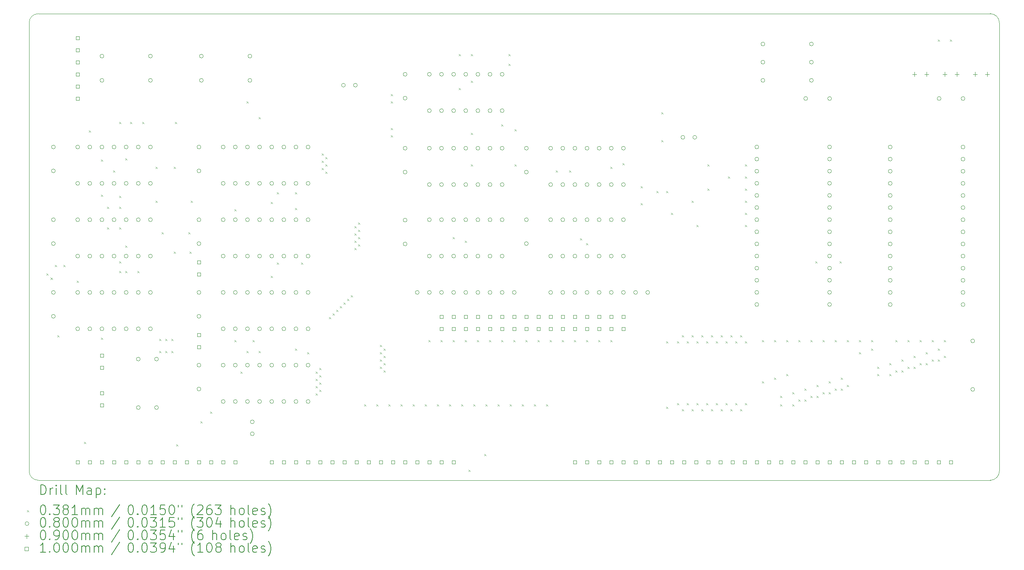
<source format=gbr>
%TF.GenerationSoftware,KiCad,Pcbnew,(7.0.0)*%
%TF.CreationDate,2024-03-28T20:27:38-07:00*%
%TF.ProjectId,rom_counter,726f6d5f-636f-4756-9e74-65722e6b6963,rev?*%
%TF.SameCoordinates,Original*%
%TF.FileFunction,Drillmap*%
%TF.FilePolarity,Positive*%
%FSLAX45Y45*%
G04 Gerber Fmt 4.5, Leading zero omitted, Abs format (unit mm)*
G04 Created by KiCad (PCBNEW (7.0.0)) date 2024-03-28 20:27:38*
%MOMM*%
%LPD*%
G01*
G04 APERTURE LIST*
%ADD10C,0.100000*%
%ADD11C,0.200000*%
%ADD12C,0.038100*%
%ADD13C,0.080000*%
%ADD14C,0.090000*%
G04 APERTURE END LIST*
D10*
X25400000Y-5270500D02*
X25400000Y-14668500D01*
X25209500Y-14859000D02*
G75*
G03*
X25400000Y-14668500I0J190500D01*
G01*
X5080000Y-14668500D02*
G75*
G03*
X5270500Y-14859000I190500J0D01*
G01*
X5080000Y-14668500D02*
X5080000Y-5270500D01*
X5270500Y-5080000D02*
G75*
G03*
X5080000Y-5270500I0J-190500D01*
G01*
X25209500Y-14859000D02*
X5270500Y-14859000D01*
X25400000Y-5270500D02*
G75*
G03*
X25209500Y-5080000I-190500J0D01*
G01*
X5270500Y-5080000D02*
X25209500Y-5080000D01*
D11*
D12*
X5441950Y-10521950D02*
X5480050Y-10560050D01*
X5480050Y-10521950D02*
X5441950Y-10560050D01*
X5530850Y-10610850D02*
X5568950Y-10648950D01*
X5568950Y-10610850D02*
X5530850Y-10648950D01*
X5619750Y-10344150D02*
X5657850Y-10382250D01*
X5657850Y-10344150D02*
X5619750Y-10382250D01*
X5670550Y-11817350D02*
X5708650Y-11855450D01*
X5708650Y-11817350D02*
X5670550Y-11855450D01*
X5797550Y-10344150D02*
X5835650Y-10382250D01*
X5835650Y-10344150D02*
X5797550Y-10382250D01*
X6076950Y-10674350D02*
X6115050Y-10712450D01*
X6115050Y-10674350D02*
X6076950Y-10712450D01*
X6229350Y-14052550D02*
X6267450Y-14090650D01*
X6267450Y-14052550D02*
X6229350Y-14090650D01*
X6330950Y-7524750D02*
X6369050Y-7562850D01*
X6369050Y-7524750D02*
X6330950Y-7562850D01*
X6584950Y-8134350D02*
X6623050Y-8172450D01*
X6623050Y-8134350D02*
X6584950Y-8172450D01*
X6584950Y-8870950D02*
X6623050Y-8909050D01*
X6623050Y-8870950D02*
X6584950Y-8909050D01*
X6584950Y-11868150D02*
X6623050Y-11906250D01*
X6623050Y-11868150D02*
X6584950Y-11906250D01*
X6711950Y-9124950D02*
X6750050Y-9163050D01*
X6750050Y-9124950D02*
X6711950Y-9163050D01*
X6711950Y-9556750D02*
X6750050Y-9594850D01*
X6750050Y-9556750D02*
X6711950Y-9594850D01*
X6838950Y-8362950D02*
X6877050Y-8401050D01*
X6877050Y-8362950D02*
X6838950Y-8401050D01*
X6965950Y-7346950D02*
X7004050Y-7385050D01*
X7004050Y-7346950D02*
X6965950Y-7385050D01*
X6965950Y-8896350D02*
X7004050Y-8934450D01*
X7004050Y-8896350D02*
X6965950Y-8934450D01*
X6965950Y-9124950D02*
X7004050Y-9163050D01*
X7004050Y-9124950D02*
X6965950Y-9163050D01*
X6965950Y-9556750D02*
X7004050Y-9594850D01*
X7004050Y-9556750D02*
X6965950Y-9594850D01*
X6965950Y-10267950D02*
X7004050Y-10306050D01*
X7004050Y-10267950D02*
X6965950Y-10306050D01*
X6965950Y-10471150D02*
X7004050Y-10509250D01*
X7004050Y-10471150D02*
X6965950Y-10509250D01*
X7092950Y-8108950D02*
X7131050Y-8147050D01*
X7131050Y-8108950D02*
X7092950Y-8147050D01*
X7092950Y-9937750D02*
X7131050Y-9975850D01*
X7131050Y-9937750D02*
X7092950Y-9975850D01*
X7092950Y-10471150D02*
X7131050Y-10509250D01*
X7131050Y-10471150D02*
X7092950Y-10509250D01*
X7194550Y-7346950D02*
X7232650Y-7385050D01*
X7232650Y-7346950D02*
X7194550Y-7385050D01*
X7346950Y-10471150D02*
X7385050Y-10509250D01*
X7385050Y-10471150D02*
X7346950Y-10509250D01*
X7448550Y-7346950D02*
X7486650Y-7385050D01*
X7486650Y-7346950D02*
X7448550Y-7385050D01*
X7727950Y-8286750D02*
X7766050Y-8324850D01*
X7766050Y-8286750D02*
X7727950Y-8324850D01*
X7727950Y-8997950D02*
X7766050Y-9036050D01*
X7766050Y-8997950D02*
X7727950Y-9036050D01*
X7804150Y-11893550D02*
X7842250Y-11931650D01*
X7842250Y-11893550D02*
X7804150Y-11931650D01*
X7804150Y-12147550D02*
X7842250Y-12185650D01*
X7842250Y-12147550D02*
X7804150Y-12185650D01*
X7854950Y-9658350D02*
X7893050Y-9696450D01*
X7893050Y-9658350D02*
X7854950Y-9696450D01*
X7931150Y-11893550D02*
X7969250Y-11931650D01*
X7969250Y-11893550D02*
X7931150Y-11931650D01*
X7931150Y-12147550D02*
X7969250Y-12185650D01*
X7969250Y-12147550D02*
X7931150Y-12185650D01*
X8058150Y-11893550D02*
X8096250Y-11931650D01*
X8096250Y-11893550D02*
X8058150Y-11931650D01*
X8058150Y-12147550D02*
X8096250Y-12185650D01*
X8096250Y-12147550D02*
X8058150Y-12185650D01*
X8108950Y-8286750D02*
X8147050Y-8324850D01*
X8147050Y-8286750D02*
X8108950Y-8324850D01*
X8108950Y-10064750D02*
X8147050Y-10102850D01*
X8147050Y-10064750D02*
X8108950Y-10102850D01*
X8134350Y-7346950D02*
X8172450Y-7385050D01*
X8172450Y-7346950D02*
X8134350Y-7385050D01*
X8159750Y-14103350D02*
X8197850Y-14141450D01*
X8197850Y-14103350D02*
X8159750Y-14141450D01*
X8413750Y-9658350D02*
X8451850Y-9696450D01*
X8451850Y-9658350D02*
X8413750Y-9696450D01*
X8439150Y-10064750D02*
X8477250Y-10102850D01*
X8477250Y-10064750D02*
X8439150Y-10102850D01*
X8464550Y-8997950D02*
X8502650Y-9036050D01*
X8502650Y-8997950D02*
X8464550Y-9036050D01*
X8667750Y-13620750D02*
X8705850Y-13658850D01*
X8705850Y-13620750D02*
X8667750Y-13658850D01*
X8870950Y-13417550D02*
X8909050Y-13455650D01*
X8909050Y-13417550D02*
X8870950Y-13455650D01*
X9378950Y-9175750D02*
X9417050Y-9213850D01*
X9417050Y-9175750D02*
X9378950Y-9213850D01*
X9378950Y-11918950D02*
X9417050Y-11957050D01*
X9417050Y-11918950D02*
X9378950Y-11957050D01*
X9505950Y-12579350D02*
X9544050Y-12617450D01*
X9544050Y-12579350D02*
X9505950Y-12617450D01*
X9632950Y-6915150D02*
X9671050Y-6953250D01*
X9671050Y-6915150D02*
X9632950Y-6953250D01*
X9632950Y-12147550D02*
X9671050Y-12185650D01*
X9671050Y-12147550D02*
X9632950Y-12185650D01*
X9759950Y-11918950D02*
X9798050Y-11957050D01*
X9798050Y-11918950D02*
X9759950Y-11957050D01*
X9886950Y-7245350D02*
X9925050Y-7283450D01*
X9925050Y-7245350D02*
X9886950Y-7283450D01*
X9886950Y-12147550D02*
X9925050Y-12185650D01*
X9925050Y-12147550D02*
X9886950Y-12185650D01*
X10140950Y-9023350D02*
X10179050Y-9061450D01*
X10179050Y-9023350D02*
X10140950Y-9061450D01*
X10140950Y-10572750D02*
X10179050Y-10610850D01*
X10179050Y-10572750D02*
X10140950Y-10610850D01*
X10267950Y-8820150D02*
X10306050Y-8858250D01*
X10306050Y-8820150D02*
X10267950Y-8858250D01*
X10267950Y-10293350D02*
X10306050Y-10331450D01*
X10306050Y-10293350D02*
X10267950Y-10331450D01*
X10648950Y-8820150D02*
X10687050Y-8858250D01*
X10687050Y-8820150D02*
X10648950Y-8858250D01*
X10648950Y-9150350D02*
X10687050Y-9188450D01*
X10687050Y-9150350D02*
X10648950Y-9188450D01*
X10648950Y-12096750D02*
X10687050Y-12134850D01*
X10687050Y-12096750D02*
X10648950Y-12134850D01*
X10775950Y-10293350D02*
X10814050Y-10331450D01*
X10814050Y-10293350D02*
X10775950Y-10331450D01*
X10902950Y-12172950D02*
X10941050Y-12211050D01*
X10941050Y-12172950D02*
X10902950Y-12211050D01*
X11080750Y-12579350D02*
X11118850Y-12617450D01*
X11118850Y-12579350D02*
X11080750Y-12617450D01*
X11080750Y-12731750D02*
X11118850Y-12769850D01*
X11118850Y-12731750D02*
X11080750Y-12769850D01*
X11080750Y-12884150D02*
X11118850Y-12922250D01*
X11118850Y-12884150D02*
X11080750Y-12922250D01*
X11080750Y-13036550D02*
X11118850Y-13074650D01*
X11118850Y-13036550D02*
X11080750Y-13074650D01*
X11156950Y-12503150D02*
X11195050Y-12541250D01*
X11195050Y-12503150D02*
X11156950Y-12541250D01*
X11156950Y-12655550D02*
X11195050Y-12693650D01*
X11195050Y-12655550D02*
X11156950Y-12693650D01*
X11156950Y-12807950D02*
X11195050Y-12846050D01*
X11195050Y-12807950D02*
X11156950Y-12846050D01*
X11156950Y-12960350D02*
X11195050Y-12998450D01*
X11195050Y-12960350D02*
X11156950Y-12998450D01*
X11207750Y-8007350D02*
X11245850Y-8045450D01*
X11245850Y-8007350D02*
X11207750Y-8045450D01*
X11207750Y-8159750D02*
X11245850Y-8197850D01*
X11245850Y-8159750D02*
X11207750Y-8197850D01*
X11207750Y-8312150D02*
X11245850Y-8350250D01*
X11245850Y-8312150D02*
X11207750Y-8350250D01*
X11283950Y-8083550D02*
X11322050Y-8121650D01*
X11322050Y-8083550D02*
X11283950Y-8121650D01*
X11283950Y-8235950D02*
X11322050Y-8274050D01*
X11322050Y-8235950D02*
X11283950Y-8274050D01*
X11283950Y-8388350D02*
X11322050Y-8426450D01*
X11322050Y-8388350D02*
X11283950Y-8426450D01*
X11360150Y-11436350D02*
X11398250Y-11474450D01*
X11398250Y-11436350D02*
X11360150Y-11474450D01*
X11436350Y-11360150D02*
X11474450Y-11398250D01*
X11474450Y-11360150D02*
X11436350Y-11398250D01*
X11512550Y-11283950D02*
X11550650Y-11322050D01*
X11550650Y-11283950D02*
X11512550Y-11322050D01*
X11588750Y-11207750D02*
X11626850Y-11245850D01*
X11626850Y-11207750D02*
X11588750Y-11245850D01*
X11664950Y-11131550D02*
X11703050Y-11169650D01*
X11703050Y-11131550D02*
X11664950Y-11169650D01*
X11741150Y-11055350D02*
X11779250Y-11093450D01*
X11779250Y-11055350D02*
X11741150Y-11093450D01*
X11817350Y-10979150D02*
X11855450Y-11017250D01*
X11855450Y-10979150D02*
X11817350Y-11017250D01*
X11893550Y-9531350D02*
X11931650Y-9569450D01*
X11931650Y-9531350D02*
X11893550Y-9569450D01*
X11893550Y-9683750D02*
X11931650Y-9721850D01*
X11931650Y-9683750D02*
X11893550Y-9721850D01*
X11893550Y-9836150D02*
X11931650Y-9874250D01*
X11931650Y-9836150D02*
X11893550Y-9874250D01*
X11893550Y-9988550D02*
X11931650Y-10026650D01*
X11931650Y-9988550D02*
X11893550Y-10026650D01*
X11969750Y-9455150D02*
X12007850Y-9493250D01*
X12007850Y-9455150D02*
X11969750Y-9493250D01*
X11969750Y-9607550D02*
X12007850Y-9645650D01*
X12007850Y-9607550D02*
X11969750Y-9645650D01*
X11969750Y-9759950D02*
X12007850Y-9798050D01*
X12007850Y-9759950D02*
X11969750Y-9798050D01*
X11969750Y-9912350D02*
X12007850Y-9950450D01*
X12007850Y-9912350D02*
X11969750Y-9950450D01*
X12096750Y-13265150D02*
X12134850Y-13303250D01*
X12134850Y-13265150D02*
X12096750Y-13303250D01*
X12350750Y-13265150D02*
X12388850Y-13303250D01*
X12388850Y-13265150D02*
X12350750Y-13303250D01*
X12426950Y-12020550D02*
X12465050Y-12058650D01*
X12465050Y-12020550D02*
X12426950Y-12058650D01*
X12426950Y-12172950D02*
X12465050Y-12211050D01*
X12465050Y-12172950D02*
X12426950Y-12211050D01*
X12426950Y-12325350D02*
X12465050Y-12363450D01*
X12465050Y-12325350D02*
X12426950Y-12363450D01*
X12426950Y-12477750D02*
X12465050Y-12515850D01*
X12465050Y-12477750D02*
X12426950Y-12515850D01*
X12503150Y-12096750D02*
X12541250Y-12134850D01*
X12541250Y-12096750D02*
X12503150Y-12134850D01*
X12503150Y-12249150D02*
X12541250Y-12287250D01*
X12541250Y-12249150D02*
X12503150Y-12287250D01*
X12503150Y-12401550D02*
X12541250Y-12439650D01*
X12541250Y-12401550D02*
X12503150Y-12439650D01*
X12503150Y-12553950D02*
X12541250Y-12592050D01*
X12541250Y-12553950D02*
X12503150Y-12592050D01*
X12604750Y-13265150D02*
X12642850Y-13303250D01*
X12642850Y-13265150D02*
X12604750Y-13303250D01*
X12655550Y-6762750D02*
X12693650Y-6800850D01*
X12693650Y-6762750D02*
X12655550Y-6800850D01*
X12655550Y-6915150D02*
X12693650Y-6953250D01*
X12693650Y-6915150D02*
X12655550Y-6953250D01*
X12655550Y-7473950D02*
X12693650Y-7512050D01*
X12693650Y-7473950D02*
X12655550Y-7512050D01*
X12655550Y-7626350D02*
X12693650Y-7664450D01*
X12693650Y-7626350D02*
X12655550Y-7664450D01*
X12858750Y-13265150D02*
X12896850Y-13303250D01*
X12896850Y-13265150D02*
X12858750Y-13303250D01*
X13112750Y-13265150D02*
X13150850Y-13303250D01*
X13150850Y-13265150D02*
X13112750Y-13303250D01*
X13366750Y-13265150D02*
X13404850Y-13303250D01*
X13404850Y-13265150D02*
X13366750Y-13303250D01*
X13442950Y-11918950D02*
X13481050Y-11957050D01*
X13481050Y-11918950D02*
X13442950Y-11957050D01*
X13620750Y-13265150D02*
X13658850Y-13303250D01*
X13658850Y-13265150D02*
X13620750Y-13303250D01*
X13696950Y-11918950D02*
X13735050Y-11957050D01*
X13735050Y-11918950D02*
X13696950Y-11957050D01*
X13874750Y-13265150D02*
X13912850Y-13303250D01*
X13912850Y-13265150D02*
X13874750Y-13303250D01*
X13950950Y-9759950D02*
X13989050Y-9798050D01*
X13989050Y-9759950D02*
X13950950Y-9798050D01*
X13950950Y-11918950D02*
X13989050Y-11957050D01*
X13989050Y-11918950D02*
X13950950Y-11957050D01*
X14077950Y-5924550D02*
X14116050Y-5962650D01*
X14116050Y-5924550D02*
X14077950Y-5962650D01*
X14077950Y-6635750D02*
X14116050Y-6673850D01*
X14116050Y-6635750D02*
X14077950Y-6673850D01*
X14128750Y-13265150D02*
X14166850Y-13303250D01*
X14166850Y-13265150D02*
X14128750Y-13303250D01*
X14204950Y-9836150D02*
X14243050Y-9874250D01*
X14243050Y-9836150D02*
X14204950Y-9874250D01*
X14204950Y-11918950D02*
X14243050Y-11957050D01*
X14243050Y-11918950D02*
X14204950Y-11957050D01*
X14281150Y-14636750D02*
X14319250Y-14674850D01*
X14319250Y-14636750D02*
X14281150Y-14674850D01*
X14331950Y-5924550D02*
X14370050Y-5962650D01*
X14370050Y-5924550D02*
X14331950Y-5962650D01*
X14331950Y-6483350D02*
X14370050Y-6521450D01*
X14370050Y-6483350D02*
X14331950Y-6521450D01*
X14331950Y-7575550D02*
X14370050Y-7613650D01*
X14370050Y-7575550D02*
X14331950Y-7613650D01*
X14331950Y-8235950D02*
X14370050Y-8274050D01*
X14370050Y-8235950D02*
X14331950Y-8274050D01*
X14382750Y-13265150D02*
X14420850Y-13303250D01*
X14420850Y-13265150D02*
X14382750Y-13303250D01*
X14458950Y-11918950D02*
X14497050Y-11957050D01*
X14497050Y-11918950D02*
X14458950Y-11957050D01*
X14611350Y-14306550D02*
X14649450Y-14344650D01*
X14649450Y-14306550D02*
X14611350Y-14344650D01*
X14636750Y-13265150D02*
X14674850Y-13303250D01*
X14674850Y-13265150D02*
X14636750Y-13303250D01*
X14712950Y-11918950D02*
X14751050Y-11957050D01*
X14751050Y-11918950D02*
X14712950Y-11957050D01*
X14890750Y-13265150D02*
X14928850Y-13303250D01*
X14928850Y-13265150D02*
X14890750Y-13303250D01*
X14966950Y-7397750D02*
X15005050Y-7435850D01*
X15005050Y-7397750D02*
X14966950Y-7435850D01*
X14966950Y-11918950D02*
X15005050Y-11957050D01*
X15005050Y-11918950D02*
X14966950Y-11957050D01*
X15119350Y-5924550D02*
X15157450Y-5962650D01*
X15157450Y-5924550D02*
X15119350Y-5962650D01*
X15119350Y-6127750D02*
X15157450Y-6165850D01*
X15157450Y-6127750D02*
X15119350Y-6165850D01*
X15144750Y-13265150D02*
X15182850Y-13303250D01*
X15182850Y-13265150D02*
X15144750Y-13303250D01*
X15220950Y-11918950D02*
X15259050Y-11957050D01*
X15259050Y-11918950D02*
X15220950Y-11957050D01*
X15246350Y-7499350D02*
X15284450Y-7537450D01*
X15284450Y-7499350D02*
X15246350Y-7537450D01*
X15246350Y-8235950D02*
X15284450Y-8274050D01*
X15284450Y-8235950D02*
X15246350Y-8274050D01*
X15398750Y-13265150D02*
X15436850Y-13303250D01*
X15436850Y-13265150D02*
X15398750Y-13303250D01*
X15474950Y-11918950D02*
X15513050Y-11957050D01*
X15513050Y-11918950D02*
X15474950Y-11957050D01*
X15652750Y-13265150D02*
X15690850Y-13303250D01*
X15690850Y-13265150D02*
X15652750Y-13303250D01*
X15728950Y-11918950D02*
X15767050Y-11957050D01*
X15767050Y-11918950D02*
X15728950Y-11957050D01*
X15906750Y-13265150D02*
X15944850Y-13303250D01*
X15944850Y-13265150D02*
X15906750Y-13303250D01*
X15982950Y-11918950D02*
X16021050Y-11957050D01*
X16021050Y-11918950D02*
X15982950Y-11957050D01*
X16109950Y-8362950D02*
X16148050Y-8401050D01*
X16148050Y-8362950D02*
X16109950Y-8401050D01*
X16236950Y-11918950D02*
X16275050Y-11957050D01*
X16275050Y-11918950D02*
X16236950Y-11957050D01*
X16389350Y-8362950D02*
X16427450Y-8401050D01*
X16427450Y-8362950D02*
X16389350Y-8401050D01*
X16490950Y-11918950D02*
X16529050Y-11957050D01*
X16529050Y-11918950D02*
X16490950Y-11957050D01*
X16617950Y-9785350D02*
X16656050Y-9823450D01*
X16656050Y-9785350D02*
X16617950Y-9823450D01*
X16744950Y-9886950D02*
X16783050Y-9925050D01*
X16783050Y-9886950D02*
X16744950Y-9925050D01*
X16744950Y-11918950D02*
X16783050Y-11957050D01*
X16783050Y-11918950D02*
X16744950Y-11957050D01*
X16998950Y-11918950D02*
X17037050Y-11957050D01*
X17037050Y-11918950D02*
X16998950Y-11957050D01*
X17252950Y-8286750D02*
X17291050Y-8324850D01*
X17291050Y-8286750D02*
X17252950Y-8324850D01*
X17252950Y-11918950D02*
X17291050Y-11957050D01*
X17291050Y-11918950D02*
X17252950Y-11957050D01*
X17506950Y-8210550D02*
X17545050Y-8248650D01*
X17545050Y-8210550D02*
X17506950Y-8248650D01*
X17887950Y-8693150D02*
X17926050Y-8731250D01*
X17926050Y-8693150D02*
X17887950Y-8731250D01*
X17887950Y-9048750D02*
X17926050Y-9086850D01*
X17926050Y-9048750D02*
X17887950Y-9086850D01*
X18218150Y-8794750D02*
X18256250Y-8832850D01*
X18256250Y-8794750D02*
X18218150Y-8832850D01*
X18319750Y-7143750D02*
X18357850Y-7181850D01*
X18357850Y-7143750D02*
X18319750Y-7181850D01*
X18319750Y-7727950D02*
X18357850Y-7766050D01*
X18357850Y-7727950D02*
X18319750Y-7766050D01*
X18421350Y-8794750D02*
X18459450Y-8832850D01*
X18459450Y-8794750D02*
X18421350Y-8832850D01*
X18421350Y-11944350D02*
X18459450Y-11982450D01*
X18459450Y-11944350D02*
X18421350Y-11982450D01*
X18421350Y-13315950D02*
X18459450Y-13354050D01*
X18459450Y-13315950D02*
X18421350Y-13354050D01*
X18522950Y-9251950D02*
X18561050Y-9290050D01*
X18561050Y-9251950D02*
X18522950Y-9290050D01*
X18649950Y-11944350D02*
X18688050Y-11982450D01*
X18688050Y-11944350D02*
X18649950Y-11982450D01*
X18649950Y-13239750D02*
X18688050Y-13277850D01*
X18688050Y-13239750D02*
X18649950Y-13277850D01*
X18751550Y-11817350D02*
X18789650Y-11855450D01*
X18789650Y-11817350D02*
X18751550Y-11855450D01*
X18751600Y-13366750D02*
X18789700Y-13404850D01*
X18789700Y-13366750D02*
X18751600Y-13404850D01*
X18853150Y-11944350D02*
X18891250Y-11982450D01*
X18891250Y-11944350D02*
X18853150Y-11982450D01*
X18853150Y-13239750D02*
X18891250Y-13277850D01*
X18891250Y-13239750D02*
X18853150Y-13277850D01*
X18954750Y-8997950D02*
X18992850Y-9036050D01*
X18992850Y-8997950D02*
X18954750Y-9036050D01*
X18954750Y-11817350D02*
X18992850Y-11855450D01*
X18992850Y-11817350D02*
X18954750Y-11855450D01*
X18954750Y-13366750D02*
X18992850Y-13404850D01*
X18992850Y-13366750D02*
X18954750Y-13404850D01*
X19056350Y-9505950D02*
X19094450Y-9544050D01*
X19094450Y-9505950D02*
X19056350Y-9544050D01*
X19056350Y-11944350D02*
X19094450Y-11982450D01*
X19094450Y-11944350D02*
X19056350Y-11982450D01*
X19056350Y-13239750D02*
X19094450Y-13277850D01*
X19094450Y-13239750D02*
X19056350Y-13277850D01*
X19157950Y-11817350D02*
X19196050Y-11855450D01*
X19196050Y-11817350D02*
X19157950Y-11855450D01*
X19157950Y-13366750D02*
X19196050Y-13404850D01*
X19196050Y-13366750D02*
X19157950Y-13404850D01*
X19259550Y-11944350D02*
X19297650Y-11982450D01*
X19297650Y-11944350D02*
X19259550Y-11982450D01*
X19259550Y-13239750D02*
X19297650Y-13277850D01*
X19297650Y-13239750D02*
X19259550Y-13277850D01*
X19284950Y-8235950D02*
X19323050Y-8274050D01*
X19323050Y-8235950D02*
X19284950Y-8274050D01*
X19284950Y-8743950D02*
X19323050Y-8782050D01*
X19323050Y-8743950D02*
X19284950Y-8782050D01*
X19361150Y-11817350D02*
X19399250Y-11855450D01*
X19399250Y-11817350D02*
X19361150Y-11855450D01*
X19361150Y-13366750D02*
X19399250Y-13404850D01*
X19399250Y-13366750D02*
X19361150Y-13404850D01*
X19462750Y-11944350D02*
X19500850Y-11982450D01*
X19500850Y-11944350D02*
X19462750Y-11982450D01*
X19462750Y-13239750D02*
X19500850Y-13277850D01*
X19500850Y-13239750D02*
X19462750Y-13277850D01*
X19564350Y-11817350D02*
X19602450Y-11855450D01*
X19602450Y-11817350D02*
X19564350Y-11855450D01*
X19564350Y-13366750D02*
X19602450Y-13404850D01*
X19602450Y-13366750D02*
X19564350Y-13404850D01*
X19665950Y-11944350D02*
X19704050Y-11982450D01*
X19704050Y-11944350D02*
X19665950Y-11982450D01*
X19665950Y-13239750D02*
X19704050Y-13277850D01*
X19704050Y-13239750D02*
X19665950Y-13277850D01*
X19716750Y-8489950D02*
X19754850Y-8528050D01*
X19754850Y-8489950D02*
X19716750Y-8528050D01*
X19767550Y-11817350D02*
X19805650Y-11855450D01*
X19805650Y-11817350D02*
X19767550Y-11855450D01*
X19767550Y-13366750D02*
X19805650Y-13404850D01*
X19805650Y-13366750D02*
X19767550Y-13404850D01*
X19869150Y-11944350D02*
X19907250Y-11982450D01*
X19907250Y-11944350D02*
X19869150Y-11982450D01*
X19869150Y-13239750D02*
X19907250Y-13277850D01*
X19907250Y-13239750D02*
X19869150Y-13277850D01*
X19970750Y-11817350D02*
X20008850Y-11855450D01*
X20008850Y-11817350D02*
X19970750Y-11855450D01*
X19970750Y-13366750D02*
X20008850Y-13404850D01*
X20008850Y-13366750D02*
X19970750Y-13404850D01*
X20072350Y-8235950D02*
X20110450Y-8274050D01*
X20110450Y-8235950D02*
X20072350Y-8274050D01*
X20072350Y-8489950D02*
X20110450Y-8528050D01*
X20110450Y-8489950D02*
X20072350Y-8528050D01*
X20072350Y-8743950D02*
X20110450Y-8782050D01*
X20110450Y-8743950D02*
X20072350Y-8782050D01*
X20072350Y-8997950D02*
X20110450Y-9036050D01*
X20110450Y-8997950D02*
X20072350Y-9036050D01*
X20072350Y-9251950D02*
X20110450Y-9290050D01*
X20110450Y-9251950D02*
X20072350Y-9290050D01*
X20072350Y-9505950D02*
X20110450Y-9544050D01*
X20110450Y-9505950D02*
X20072350Y-9544050D01*
X20072350Y-11944350D02*
X20110450Y-11982450D01*
X20110450Y-11944350D02*
X20072350Y-11982450D01*
X20072350Y-13239750D02*
X20110450Y-13277850D01*
X20110450Y-13239750D02*
X20072350Y-13277850D01*
X20427950Y-11918950D02*
X20466050Y-11957050D01*
X20466050Y-11918950D02*
X20427950Y-11957050D01*
X20427950Y-12782550D02*
X20466050Y-12820650D01*
X20466050Y-12782550D02*
X20427950Y-12820650D01*
X20681950Y-11918950D02*
X20720050Y-11957050D01*
X20720050Y-11918950D02*
X20681950Y-11957050D01*
X20681950Y-12706350D02*
X20720050Y-12744450D01*
X20720050Y-12706350D02*
X20681950Y-12744450D01*
X20808950Y-13087350D02*
X20847050Y-13125450D01*
X20847050Y-13087350D02*
X20808950Y-13125450D01*
X20808950Y-13265150D02*
X20847050Y-13303250D01*
X20847050Y-13265150D02*
X20808950Y-13303250D01*
X20935950Y-11918950D02*
X20974050Y-11957050D01*
X20974050Y-11918950D02*
X20935950Y-11957050D01*
X20935950Y-12630150D02*
X20974050Y-12668250D01*
X20974050Y-12630150D02*
X20935950Y-12668250D01*
X21062950Y-13011150D02*
X21101050Y-13049250D01*
X21101050Y-13011150D02*
X21062950Y-13049250D01*
X21062950Y-13265150D02*
X21101050Y-13303250D01*
X21101050Y-13265150D02*
X21062950Y-13303250D01*
X21189950Y-11918950D02*
X21228050Y-11957050D01*
X21228050Y-11918950D02*
X21189950Y-11957050D01*
X21189950Y-13163550D02*
X21228050Y-13201650D01*
X21228050Y-13163550D02*
X21189950Y-13201650D01*
X21316950Y-12934950D02*
X21355050Y-12973050D01*
X21355050Y-12934950D02*
X21316950Y-12973050D01*
X21316950Y-13163550D02*
X21355050Y-13201650D01*
X21355050Y-13163550D02*
X21316950Y-13201650D01*
X21443950Y-11918950D02*
X21482050Y-11957050D01*
X21482050Y-11918950D02*
X21443950Y-11957050D01*
X21443950Y-13087350D02*
X21482050Y-13125450D01*
X21482050Y-13087350D02*
X21443950Y-13125450D01*
X21545550Y-10267950D02*
X21583650Y-10306050D01*
X21583650Y-10267950D02*
X21545550Y-10306050D01*
X21570950Y-12858750D02*
X21609050Y-12896850D01*
X21609050Y-12858750D02*
X21570950Y-12896850D01*
X21570950Y-13087350D02*
X21609050Y-13125450D01*
X21609050Y-13087350D02*
X21570950Y-13125450D01*
X21697950Y-11918950D02*
X21736050Y-11957050D01*
X21736050Y-11918950D02*
X21697950Y-11957050D01*
X21697950Y-13011150D02*
X21736050Y-13049250D01*
X21736050Y-13011150D02*
X21697950Y-13049250D01*
X21824950Y-12782550D02*
X21863050Y-12820650D01*
X21863050Y-12782550D02*
X21824950Y-12820650D01*
X21824950Y-13011150D02*
X21863050Y-13049250D01*
X21863050Y-13011150D02*
X21824950Y-13049250D01*
X21951950Y-11918950D02*
X21990050Y-11957050D01*
X21990050Y-11918950D02*
X21951950Y-11957050D01*
X21951950Y-12934950D02*
X21990050Y-12973050D01*
X21990050Y-12934950D02*
X21951950Y-12973050D01*
X22053550Y-10267950D02*
X22091650Y-10306050D01*
X22091650Y-10267950D02*
X22053550Y-10306050D01*
X22078950Y-12706350D02*
X22117050Y-12744450D01*
X22117050Y-12706350D02*
X22078950Y-12744450D01*
X22078950Y-12934950D02*
X22117050Y-12973050D01*
X22117050Y-12934950D02*
X22078950Y-12973050D01*
X22205950Y-11918950D02*
X22244050Y-11957050D01*
X22244050Y-11918950D02*
X22205950Y-11957050D01*
X22205950Y-12858750D02*
X22244050Y-12896850D01*
X22244050Y-12858750D02*
X22205950Y-12896850D01*
X22459950Y-11918950D02*
X22498050Y-11957050D01*
X22498050Y-11918950D02*
X22459950Y-11957050D01*
X22459950Y-12172950D02*
X22498050Y-12211050D01*
X22498050Y-12172950D02*
X22459950Y-12211050D01*
X22713950Y-11918950D02*
X22752050Y-11957050D01*
X22752050Y-11918950D02*
X22713950Y-11957050D01*
X22713950Y-12096750D02*
X22752050Y-12134850D01*
X22752050Y-12096750D02*
X22713950Y-12134850D01*
X22840950Y-12477750D02*
X22879050Y-12515850D01*
X22879050Y-12477750D02*
X22840950Y-12515850D01*
X22840950Y-12630150D02*
X22879050Y-12668250D01*
X22879050Y-12630150D02*
X22840950Y-12668250D01*
X23094950Y-12401550D02*
X23133050Y-12439650D01*
X23133050Y-12401550D02*
X23094950Y-12439650D01*
X23094950Y-12630150D02*
X23133050Y-12668250D01*
X23133050Y-12630150D02*
X23094950Y-12668250D01*
X23221950Y-11918950D02*
X23260050Y-11957050D01*
X23260050Y-11918950D02*
X23221950Y-11957050D01*
X23221950Y-12553950D02*
X23260050Y-12592050D01*
X23260050Y-12553950D02*
X23221950Y-12592050D01*
X23348950Y-12325350D02*
X23387050Y-12363450D01*
X23387050Y-12325350D02*
X23348950Y-12363450D01*
X23348950Y-12553950D02*
X23387050Y-12592050D01*
X23387050Y-12553950D02*
X23348950Y-12592050D01*
X23475950Y-11918950D02*
X23514050Y-11957050D01*
X23514050Y-11918950D02*
X23475950Y-11957050D01*
X23475950Y-12477750D02*
X23514050Y-12515850D01*
X23514050Y-12477750D02*
X23475950Y-12515850D01*
X23602950Y-12249150D02*
X23641050Y-12287250D01*
X23641050Y-12249150D02*
X23602950Y-12287250D01*
X23602950Y-12477750D02*
X23641050Y-12515850D01*
X23641050Y-12477750D02*
X23602950Y-12515850D01*
X23729950Y-11918950D02*
X23768050Y-11957050D01*
X23768050Y-11918950D02*
X23729950Y-11957050D01*
X23729950Y-12401550D02*
X23768050Y-12439650D01*
X23768050Y-12401550D02*
X23729950Y-12439650D01*
X23856950Y-12172950D02*
X23895050Y-12211050D01*
X23895050Y-12172950D02*
X23856950Y-12211050D01*
X23856950Y-12401550D02*
X23895050Y-12439650D01*
X23895050Y-12401550D02*
X23856950Y-12439650D01*
X23983950Y-11918950D02*
X24022050Y-11957050D01*
X24022050Y-11918950D02*
X23983950Y-11957050D01*
X23983950Y-12325350D02*
X24022050Y-12363450D01*
X24022050Y-12325350D02*
X23983950Y-12363450D01*
X24110950Y-5619750D02*
X24149050Y-5657850D01*
X24149050Y-5619750D02*
X24110950Y-5657850D01*
X24110950Y-12096750D02*
X24149050Y-12134850D01*
X24149050Y-12096750D02*
X24110950Y-12134850D01*
X24110950Y-12325350D02*
X24149050Y-12363450D01*
X24149050Y-12325350D02*
X24110950Y-12363450D01*
X24237950Y-11918950D02*
X24276050Y-11957050D01*
X24276050Y-11918950D02*
X24237950Y-11957050D01*
X24237950Y-12249150D02*
X24276050Y-12287250D01*
X24276050Y-12249150D02*
X24237950Y-12287250D01*
X24364950Y-5619750D02*
X24403050Y-5657850D01*
X24403050Y-5619750D02*
X24364950Y-5657850D01*
D13*
X5628000Y-7874000D02*
G75*
G03*
X5628000Y-7874000I-40000J0D01*
G01*
X5628000Y-8374000D02*
G75*
G03*
X5628000Y-8374000I-40000J0D01*
G01*
X5628000Y-9398000D02*
G75*
G03*
X5628000Y-9398000I-40000J0D01*
G01*
X5628000Y-9898000D02*
G75*
G03*
X5628000Y-9898000I-40000J0D01*
G01*
X5628000Y-10922000D02*
G75*
G03*
X5628000Y-10922000I-40000J0D01*
G01*
X5628000Y-11422000D02*
G75*
G03*
X5628000Y-11422000I-40000J0D01*
G01*
X6136000Y-7874000D02*
G75*
G03*
X6136000Y-7874000I-40000J0D01*
G01*
X6136000Y-8636000D02*
G75*
G03*
X6136000Y-8636000I-40000J0D01*
G01*
X6136000Y-9398000D02*
G75*
G03*
X6136000Y-9398000I-40000J0D01*
G01*
X6136000Y-10160000D02*
G75*
G03*
X6136000Y-10160000I-40000J0D01*
G01*
X6136000Y-10922000D02*
G75*
G03*
X6136000Y-10922000I-40000J0D01*
G01*
X6136000Y-11684000D02*
G75*
G03*
X6136000Y-11684000I-40000J0D01*
G01*
X6390000Y-7874000D02*
G75*
G03*
X6390000Y-7874000I-40000J0D01*
G01*
X6390000Y-8636000D02*
G75*
G03*
X6390000Y-8636000I-40000J0D01*
G01*
X6390000Y-9398000D02*
G75*
G03*
X6390000Y-9398000I-40000J0D01*
G01*
X6390000Y-10160000D02*
G75*
G03*
X6390000Y-10160000I-40000J0D01*
G01*
X6390000Y-10922000D02*
G75*
G03*
X6390000Y-10922000I-40000J0D01*
G01*
X6390000Y-11684000D02*
G75*
G03*
X6390000Y-11684000I-40000J0D01*
G01*
X6644000Y-5969000D02*
G75*
G03*
X6644000Y-5969000I-40000J0D01*
G01*
X6644000Y-6477000D02*
G75*
G03*
X6644000Y-6477000I-40000J0D01*
G01*
X6644000Y-7874000D02*
G75*
G03*
X6644000Y-7874000I-40000J0D01*
G01*
X6644000Y-8636000D02*
G75*
G03*
X6644000Y-8636000I-40000J0D01*
G01*
X6644000Y-9398000D02*
G75*
G03*
X6644000Y-9398000I-40000J0D01*
G01*
X6644000Y-10160000D02*
G75*
G03*
X6644000Y-10160000I-40000J0D01*
G01*
X6644000Y-10922000D02*
G75*
G03*
X6644000Y-10922000I-40000J0D01*
G01*
X6644000Y-11684000D02*
G75*
G03*
X6644000Y-11684000I-40000J0D01*
G01*
X6898000Y-7874000D02*
G75*
G03*
X6898000Y-7874000I-40000J0D01*
G01*
X6898000Y-8636000D02*
G75*
G03*
X6898000Y-8636000I-40000J0D01*
G01*
X6898000Y-9398000D02*
G75*
G03*
X6898000Y-9398000I-40000J0D01*
G01*
X6898000Y-10160000D02*
G75*
G03*
X6898000Y-10160000I-40000J0D01*
G01*
X6898000Y-10922000D02*
G75*
G03*
X6898000Y-10922000I-40000J0D01*
G01*
X6898000Y-11684000D02*
G75*
G03*
X6898000Y-11684000I-40000J0D01*
G01*
X7152000Y-7874000D02*
G75*
G03*
X7152000Y-7874000I-40000J0D01*
G01*
X7152000Y-8636000D02*
G75*
G03*
X7152000Y-8636000I-40000J0D01*
G01*
X7152000Y-9398000D02*
G75*
G03*
X7152000Y-9398000I-40000J0D01*
G01*
X7152000Y-10160000D02*
G75*
G03*
X7152000Y-10160000I-40000J0D01*
G01*
X7152000Y-10922000D02*
G75*
G03*
X7152000Y-10922000I-40000J0D01*
G01*
X7152000Y-11684000D02*
G75*
G03*
X7152000Y-11684000I-40000J0D01*
G01*
X7406000Y-7874000D02*
G75*
G03*
X7406000Y-7874000I-40000J0D01*
G01*
X7406000Y-8636000D02*
G75*
G03*
X7406000Y-8636000I-40000J0D01*
G01*
X7406000Y-9398000D02*
G75*
G03*
X7406000Y-9398000I-40000J0D01*
G01*
X7406000Y-10160000D02*
G75*
G03*
X7406000Y-10160000I-40000J0D01*
G01*
X7406000Y-10922000D02*
G75*
G03*
X7406000Y-10922000I-40000J0D01*
G01*
X7406000Y-11684000D02*
G75*
G03*
X7406000Y-11684000I-40000J0D01*
G01*
X7406000Y-12319000D02*
G75*
G03*
X7406000Y-12319000I-40000J0D01*
G01*
X7406000Y-13335000D02*
G75*
G03*
X7406000Y-13335000I-40000J0D01*
G01*
X7660000Y-5969000D02*
G75*
G03*
X7660000Y-5969000I-40000J0D01*
G01*
X7660000Y-6477000D02*
G75*
G03*
X7660000Y-6477000I-40000J0D01*
G01*
X7660000Y-7874000D02*
G75*
G03*
X7660000Y-7874000I-40000J0D01*
G01*
X7660000Y-8636000D02*
G75*
G03*
X7660000Y-8636000I-40000J0D01*
G01*
X7660000Y-9398000D02*
G75*
G03*
X7660000Y-9398000I-40000J0D01*
G01*
X7660000Y-10160000D02*
G75*
G03*
X7660000Y-10160000I-40000J0D01*
G01*
X7660000Y-10922000D02*
G75*
G03*
X7660000Y-10922000I-40000J0D01*
G01*
X7660000Y-11684000D02*
G75*
G03*
X7660000Y-11684000I-40000J0D01*
G01*
X7787000Y-12319000D02*
G75*
G03*
X7787000Y-12319000I-40000J0D01*
G01*
X7787000Y-13335000D02*
G75*
G03*
X7787000Y-13335000I-40000J0D01*
G01*
X8676000Y-7874000D02*
G75*
G03*
X8676000Y-7874000I-40000J0D01*
G01*
X8676000Y-8374000D02*
G75*
G03*
X8676000Y-8374000I-40000J0D01*
G01*
X8676000Y-9398000D02*
G75*
G03*
X8676000Y-9398000I-40000J0D01*
G01*
X8676000Y-9898000D02*
G75*
G03*
X8676000Y-9898000I-40000J0D01*
G01*
X8676000Y-10922000D02*
G75*
G03*
X8676000Y-10922000I-40000J0D01*
G01*
X8676000Y-11422000D02*
G75*
G03*
X8676000Y-11422000I-40000J0D01*
G01*
X8676000Y-12446000D02*
G75*
G03*
X8676000Y-12446000I-40000J0D01*
G01*
X8676000Y-12946000D02*
G75*
G03*
X8676000Y-12946000I-40000J0D01*
G01*
X8726800Y-5969000D02*
G75*
G03*
X8726800Y-5969000I-40000J0D01*
G01*
X8726800Y-6477000D02*
G75*
G03*
X8726800Y-6477000I-40000J0D01*
G01*
X9184000Y-7874000D02*
G75*
G03*
X9184000Y-7874000I-40000J0D01*
G01*
X9184000Y-8636000D02*
G75*
G03*
X9184000Y-8636000I-40000J0D01*
G01*
X9184000Y-9398000D02*
G75*
G03*
X9184000Y-9398000I-40000J0D01*
G01*
X9184000Y-10160000D02*
G75*
G03*
X9184000Y-10160000I-40000J0D01*
G01*
X9184000Y-10922000D02*
G75*
G03*
X9184000Y-10922000I-40000J0D01*
G01*
X9184000Y-11684000D02*
G75*
G03*
X9184000Y-11684000I-40000J0D01*
G01*
X9184000Y-12446000D02*
G75*
G03*
X9184000Y-12446000I-40000J0D01*
G01*
X9184000Y-13208000D02*
G75*
G03*
X9184000Y-13208000I-40000J0D01*
G01*
X9438000Y-7874000D02*
G75*
G03*
X9438000Y-7874000I-40000J0D01*
G01*
X9438000Y-8636000D02*
G75*
G03*
X9438000Y-8636000I-40000J0D01*
G01*
X9438000Y-9398000D02*
G75*
G03*
X9438000Y-9398000I-40000J0D01*
G01*
X9438000Y-10160000D02*
G75*
G03*
X9438000Y-10160000I-40000J0D01*
G01*
X9438000Y-10922000D02*
G75*
G03*
X9438000Y-10922000I-40000J0D01*
G01*
X9438000Y-11684000D02*
G75*
G03*
X9438000Y-11684000I-40000J0D01*
G01*
X9438000Y-12446000D02*
G75*
G03*
X9438000Y-12446000I-40000J0D01*
G01*
X9438000Y-13208000D02*
G75*
G03*
X9438000Y-13208000I-40000J0D01*
G01*
X9692000Y-7874000D02*
G75*
G03*
X9692000Y-7874000I-40000J0D01*
G01*
X9692000Y-8636000D02*
G75*
G03*
X9692000Y-8636000I-40000J0D01*
G01*
X9692000Y-9398000D02*
G75*
G03*
X9692000Y-9398000I-40000J0D01*
G01*
X9692000Y-10160000D02*
G75*
G03*
X9692000Y-10160000I-40000J0D01*
G01*
X9692000Y-10922000D02*
G75*
G03*
X9692000Y-10922000I-40000J0D01*
G01*
X9692000Y-11684000D02*
G75*
G03*
X9692000Y-11684000I-40000J0D01*
G01*
X9692000Y-12446000D02*
G75*
G03*
X9692000Y-12446000I-40000J0D01*
G01*
X9692000Y-13208000D02*
G75*
G03*
X9692000Y-13208000I-40000J0D01*
G01*
X9742800Y-5969000D02*
G75*
G03*
X9742800Y-5969000I-40000J0D01*
G01*
X9742800Y-6477000D02*
G75*
G03*
X9742800Y-6477000I-40000J0D01*
G01*
X9793600Y-13635038D02*
G75*
G03*
X9793600Y-13635038I-40000J0D01*
G01*
X9793600Y-13885038D02*
G75*
G03*
X9793600Y-13885038I-40000J0D01*
G01*
X9946000Y-7874000D02*
G75*
G03*
X9946000Y-7874000I-40000J0D01*
G01*
X9946000Y-8636000D02*
G75*
G03*
X9946000Y-8636000I-40000J0D01*
G01*
X9946000Y-9398000D02*
G75*
G03*
X9946000Y-9398000I-40000J0D01*
G01*
X9946000Y-10160000D02*
G75*
G03*
X9946000Y-10160000I-40000J0D01*
G01*
X9946000Y-10922000D02*
G75*
G03*
X9946000Y-10922000I-40000J0D01*
G01*
X9946000Y-11684000D02*
G75*
G03*
X9946000Y-11684000I-40000J0D01*
G01*
X9946000Y-12446000D02*
G75*
G03*
X9946000Y-12446000I-40000J0D01*
G01*
X9946000Y-13208000D02*
G75*
G03*
X9946000Y-13208000I-40000J0D01*
G01*
X10200000Y-7874000D02*
G75*
G03*
X10200000Y-7874000I-40000J0D01*
G01*
X10200000Y-8636000D02*
G75*
G03*
X10200000Y-8636000I-40000J0D01*
G01*
X10200000Y-9398000D02*
G75*
G03*
X10200000Y-9398000I-40000J0D01*
G01*
X10200000Y-10160000D02*
G75*
G03*
X10200000Y-10160000I-40000J0D01*
G01*
X10200000Y-10922000D02*
G75*
G03*
X10200000Y-10922000I-40000J0D01*
G01*
X10200000Y-11684000D02*
G75*
G03*
X10200000Y-11684000I-40000J0D01*
G01*
X10200000Y-12446000D02*
G75*
G03*
X10200000Y-12446000I-40000J0D01*
G01*
X10200000Y-13208000D02*
G75*
G03*
X10200000Y-13208000I-40000J0D01*
G01*
X10454000Y-7874000D02*
G75*
G03*
X10454000Y-7874000I-40000J0D01*
G01*
X10454000Y-8636000D02*
G75*
G03*
X10454000Y-8636000I-40000J0D01*
G01*
X10454000Y-9398000D02*
G75*
G03*
X10454000Y-9398000I-40000J0D01*
G01*
X10454000Y-10160000D02*
G75*
G03*
X10454000Y-10160000I-40000J0D01*
G01*
X10454000Y-10922000D02*
G75*
G03*
X10454000Y-10922000I-40000J0D01*
G01*
X10454000Y-11684000D02*
G75*
G03*
X10454000Y-11684000I-40000J0D01*
G01*
X10454000Y-12446000D02*
G75*
G03*
X10454000Y-12446000I-40000J0D01*
G01*
X10454000Y-13208000D02*
G75*
G03*
X10454000Y-13208000I-40000J0D01*
G01*
X10708000Y-7874000D02*
G75*
G03*
X10708000Y-7874000I-40000J0D01*
G01*
X10708000Y-8636000D02*
G75*
G03*
X10708000Y-8636000I-40000J0D01*
G01*
X10708000Y-9398000D02*
G75*
G03*
X10708000Y-9398000I-40000J0D01*
G01*
X10708000Y-10160000D02*
G75*
G03*
X10708000Y-10160000I-40000J0D01*
G01*
X10708000Y-10922000D02*
G75*
G03*
X10708000Y-10922000I-40000J0D01*
G01*
X10708000Y-11684000D02*
G75*
G03*
X10708000Y-11684000I-40000J0D01*
G01*
X10708000Y-12446000D02*
G75*
G03*
X10708000Y-12446000I-40000J0D01*
G01*
X10708000Y-13208000D02*
G75*
G03*
X10708000Y-13208000I-40000J0D01*
G01*
X10962000Y-7874000D02*
G75*
G03*
X10962000Y-7874000I-40000J0D01*
G01*
X10962000Y-8636000D02*
G75*
G03*
X10962000Y-8636000I-40000J0D01*
G01*
X10962000Y-9398000D02*
G75*
G03*
X10962000Y-9398000I-40000J0D01*
G01*
X10962000Y-10160000D02*
G75*
G03*
X10962000Y-10160000I-40000J0D01*
G01*
X10962000Y-10922000D02*
G75*
G03*
X10962000Y-10922000I-40000J0D01*
G01*
X10962000Y-11684000D02*
G75*
G03*
X10962000Y-11684000I-40000J0D01*
G01*
X10962000Y-12446000D02*
G75*
G03*
X10962000Y-12446000I-40000J0D01*
G01*
X10962000Y-13208000D02*
G75*
G03*
X10962000Y-13208000I-40000J0D01*
G01*
X11702600Y-6578600D02*
G75*
G03*
X11702600Y-6578600I-40000J0D01*
G01*
X11952600Y-6578600D02*
G75*
G03*
X11952600Y-6578600I-40000J0D01*
G01*
X12994000Y-6350000D02*
G75*
G03*
X12994000Y-6350000I-40000J0D01*
G01*
X12994000Y-6850000D02*
G75*
G03*
X12994000Y-6850000I-40000J0D01*
G01*
X12994000Y-7899400D02*
G75*
G03*
X12994000Y-7899400I-40000J0D01*
G01*
X12994000Y-8399400D02*
G75*
G03*
X12994000Y-8399400I-40000J0D01*
G01*
X12994000Y-9406000D02*
G75*
G03*
X12994000Y-9406000I-40000J0D01*
G01*
X12994000Y-9906000D02*
G75*
G03*
X12994000Y-9906000I-40000J0D01*
G01*
X13248000Y-10922000D02*
G75*
G03*
X13248000Y-10922000I-40000J0D01*
G01*
X13502000Y-6350000D02*
G75*
G03*
X13502000Y-6350000I-40000J0D01*
G01*
X13502000Y-7112000D02*
G75*
G03*
X13502000Y-7112000I-40000J0D01*
G01*
X13502000Y-7899400D02*
G75*
G03*
X13502000Y-7899400I-40000J0D01*
G01*
X13502000Y-8661400D02*
G75*
G03*
X13502000Y-8661400I-40000J0D01*
G01*
X13502000Y-9398000D02*
G75*
G03*
X13502000Y-9398000I-40000J0D01*
G01*
X13502000Y-10160000D02*
G75*
G03*
X13502000Y-10160000I-40000J0D01*
G01*
X13502000Y-10922000D02*
G75*
G03*
X13502000Y-10922000I-40000J0D01*
G01*
X13756000Y-6350000D02*
G75*
G03*
X13756000Y-6350000I-40000J0D01*
G01*
X13756000Y-7112000D02*
G75*
G03*
X13756000Y-7112000I-40000J0D01*
G01*
X13756000Y-7899400D02*
G75*
G03*
X13756000Y-7899400I-40000J0D01*
G01*
X13756000Y-8661400D02*
G75*
G03*
X13756000Y-8661400I-40000J0D01*
G01*
X13756000Y-9398000D02*
G75*
G03*
X13756000Y-9398000I-40000J0D01*
G01*
X13756000Y-10160000D02*
G75*
G03*
X13756000Y-10160000I-40000J0D01*
G01*
X13756000Y-10922000D02*
G75*
G03*
X13756000Y-10922000I-40000J0D01*
G01*
X14010000Y-6350000D02*
G75*
G03*
X14010000Y-6350000I-40000J0D01*
G01*
X14010000Y-7112000D02*
G75*
G03*
X14010000Y-7112000I-40000J0D01*
G01*
X14010000Y-7899400D02*
G75*
G03*
X14010000Y-7899400I-40000J0D01*
G01*
X14010000Y-8661400D02*
G75*
G03*
X14010000Y-8661400I-40000J0D01*
G01*
X14010000Y-9398000D02*
G75*
G03*
X14010000Y-9398000I-40000J0D01*
G01*
X14010000Y-10160000D02*
G75*
G03*
X14010000Y-10160000I-40000J0D01*
G01*
X14010000Y-10922000D02*
G75*
G03*
X14010000Y-10922000I-40000J0D01*
G01*
X14264000Y-6350000D02*
G75*
G03*
X14264000Y-6350000I-40000J0D01*
G01*
X14264000Y-7112000D02*
G75*
G03*
X14264000Y-7112000I-40000J0D01*
G01*
X14264000Y-7899400D02*
G75*
G03*
X14264000Y-7899400I-40000J0D01*
G01*
X14264000Y-8661400D02*
G75*
G03*
X14264000Y-8661400I-40000J0D01*
G01*
X14264000Y-9398000D02*
G75*
G03*
X14264000Y-9398000I-40000J0D01*
G01*
X14264000Y-10160000D02*
G75*
G03*
X14264000Y-10160000I-40000J0D01*
G01*
X14264000Y-10922000D02*
G75*
G03*
X14264000Y-10922000I-40000J0D01*
G01*
X14518000Y-6350000D02*
G75*
G03*
X14518000Y-6350000I-40000J0D01*
G01*
X14518000Y-7112000D02*
G75*
G03*
X14518000Y-7112000I-40000J0D01*
G01*
X14518000Y-7899400D02*
G75*
G03*
X14518000Y-7899400I-40000J0D01*
G01*
X14518000Y-8661400D02*
G75*
G03*
X14518000Y-8661400I-40000J0D01*
G01*
X14518000Y-9398000D02*
G75*
G03*
X14518000Y-9398000I-40000J0D01*
G01*
X14518000Y-10160000D02*
G75*
G03*
X14518000Y-10160000I-40000J0D01*
G01*
X14518000Y-10922000D02*
G75*
G03*
X14518000Y-10922000I-40000J0D01*
G01*
X14772000Y-6350000D02*
G75*
G03*
X14772000Y-6350000I-40000J0D01*
G01*
X14772000Y-7112000D02*
G75*
G03*
X14772000Y-7112000I-40000J0D01*
G01*
X14772000Y-7899400D02*
G75*
G03*
X14772000Y-7899400I-40000J0D01*
G01*
X14772000Y-8661400D02*
G75*
G03*
X14772000Y-8661400I-40000J0D01*
G01*
X14772000Y-9398000D02*
G75*
G03*
X14772000Y-9398000I-40000J0D01*
G01*
X14772000Y-10160000D02*
G75*
G03*
X14772000Y-10160000I-40000J0D01*
G01*
X14772000Y-10922000D02*
G75*
G03*
X14772000Y-10922000I-40000J0D01*
G01*
X15026000Y-6350000D02*
G75*
G03*
X15026000Y-6350000I-40000J0D01*
G01*
X15026000Y-7112000D02*
G75*
G03*
X15026000Y-7112000I-40000J0D01*
G01*
X15026000Y-7899400D02*
G75*
G03*
X15026000Y-7899400I-40000J0D01*
G01*
X15026000Y-8661400D02*
G75*
G03*
X15026000Y-8661400I-40000J0D01*
G01*
X15026000Y-9398000D02*
G75*
G03*
X15026000Y-9398000I-40000J0D01*
G01*
X15026000Y-10160000D02*
G75*
G03*
X15026000Y-10160000I-40000J0D01*
G01*
X15026000Y-10922000D02*
G75*
G03*
X15026000Y-10922000I-40000J0D01*
G01*
X15280000Y-10922000D02*
G75*
G03*
X15280000Y-10922000I-40000J0D01*
G01*
X15534000Y-7899400D02*
G75*
G03*
X15534000Y-7899400I-40000J0D01*
G01*
X15534000Y-8399400D02*
G75*
G03*
X15534000Y-8399400I-40000J0D01*
G01*
X15534000Y-9398000D02*
G75*
G03*
X15534000Y-9398000I-40000J0D01*
G01*
X15534000Y-9898000D02*
G75*
G03*
X15534000Y-9898000I-40000J0D01*
G01*
X16042000Y-7899400D02*
G75*
G03*
X16042000Y-7899400I-40000J0D01*
G01*
X16042000Y-8661400D02*
G75*
G03*
X16042000Y-8661400I-40000J0D01*
G01*
X16042000Y-9398000D02*
G75*
G03*
X16042000Y-9398000I-40000J0D01*
G01*
X16042000Y-10160000D02*
G75*
G03*
X16042000Y-10160000I-40000J0D01*
G01*
X16042000Y-10922000D02*
G75*
G03*
X16042000Y-10922000I-40000J0D01*
G01*
X16296000Y-7899400D02*
G75*
G03*
X16296000Y-7899400I-40000J0D01*
G01*
X16296000Y-8661400D02*
G75*
G03*
X16296000Y-8661400I-40000J0D01*
G01*
X16296000Y-9398000D02*
G75*
G03*
X16296000Y-9398000I-40000J0D01*
G01*
X16296000Y-10160000D02*
G75*
G03*
X16296000Y-10160000I-40000J0D01*
G01*
X16296000Y-10922000D02*
G75*
G03*
X16296000Y-10922000I-40000J0D01*
G01*
X16550000Y-7899400D02*
G75*
G03*
X16550000Y-7899400I-40000J0D01*
G01*
X16550000Y-8661400D02*
G75*
G03*
X16550000Y-8661400I-40000J0D01*
G01*
X16550000Y-9398000D02*
G75*
G03*
X16550000Y-9398000I-40000J0D01*
G01*
X16550000Y-10160000D02*
G75*
G03*
X16550000Y-10160000I-40000J0D01*
G01*
X16550000Y-10922000D02*
G75*
G03*
X16550000Y-10922000I-40000J0D01*
G01*
X16804000Y-7899400D02*
G75*
G03*
X16804000Y-7899400I-40000J0D01*
G01*
X16804000Y-8661400D02*
G75*
G03*
X16804000Y-8661400I-40000J0D01*
G01*
X16804000Y-9398000D02*
G75*
G03*
X16804000Y-9398000I-40000J0D01*
G01*
X16804000Y-10160000D02*
G75*
G03*
X16804000Y-10160000I-40000J0D01*
G01*
X16804000Y-10922000D02*
G75*
G03*
X16804000Y-10922000I-40000J0D01*
G01*
X17058000Y-7899400D02*
G75*
G03*
X17058000Y-7899400I-40000J0D01*
G01*
X17058000Y-8661400D02*
G75*
G03*
X17058000Y-8661400I-40000J0D01*
G01*
X17058000Y-9398000D02*
G75*
G03*
X17058000Y-9398000I-40000J0D01*
G01*
X17058000Y-10160000D02*
G75*
G03*
X17058000Y-10160000I-40000J0D01*
G01*
X17058000Y-10922000D02*
G75*
G03*
X17058000Y-10922000I-40000J0D01*
G01*
X17312000Y-7899400D02*
G75*
G03*
X17312000Y-7899400I-40000J0D01*
G01*
X17312000Y-8661400D02*
G75*
G03*
X17312000Y-8661400I-40000J0D01*
G01*
X17312000Y-9398000D02*
G75*
G03*
X17312000Y-9398000I-40000J0D01*
G01*
X17312000Y-10160000D02*
G75*
G03*
X17312000Y-10160000I-40000J0D01*
G01*
X17312000Y-10922000D02*
G75*
G03*
X17312000Y-10922000I-40000J0D01*
G01*
X17566000Y-7899400D02*
G75*
G03*
X17566000Y-7899400I-40000J0D01*
G01*
X17566000Y-8661400D02*
G75*
G03*
X17566000Y-8661400I-40000J0D01*
G01*
X17566000Y-9398000D02*
G75*
G03*
X17566000Y-9398000I-40000J0D01*
G01*
X17566000Y-10160000D02*
G75*
G03*
X17566000Y-10160000I-40000J0D01*
G01*
X17566000Y-10922000D02*
G75*
G03*
X17566000Y-10922000I-40000J0D01*
G01*
X17820000Y-10922000D02*
G75*
G03*
X17820000Y-10922000I-40000J0D01*
G01*
X18074000Y-10922000D02*
G75*
G03*
X18074000Y-10922000I-40000J0D01*
G01*
X18810600Y-7670800D02*
G75*
G03*
X18810600Y-7670800I-40000J0D01*
G01*
X19060600Y-7670800D02*
G75*
G03*
X19060600Y-7670800I-40000J0D01*
G01*
X20359500Y-7872500D02*
G75*
G03*
X20359500Y-7872500I-40000J0D01*
G01*
X20359500Y-8126500D02*
G75*
G03*
X20359500Y-8126500I-40000J0D01*
G01*
X20359500Y-8380500D02*
G75*
G03*
X20359500Y-8380500I-40000J0D01*
G01*
X20359500Y-8634500D02*
G75*
G03*
X20359500Y-8634500I-40000J0D01*
G01*
X20359500Y-8888500D02*
G75*
G03*
X20359500Y-8888500I-40000J0D01*
G01*
X20359500Y-9142500D02*
G75*
G03*
X20359500Y-9142500I-40000J0D01*
G01*
X20359500Y-9396500D02*
G75*
G03*
X20359500Y-9396500I-40000J0D01*
G01*
X20359500Y-9650500D02*
G75*
G03*
X20359500Y-9650500I-40000J0D01*
G01*
X20359500Y-9904500D02*
G75*
G03*
X20359500Y-9904500I-40000J0D01*
G01*
X20359500Y-10158500D02*
G75*
G03*
X20359500Y-10158500I-40000J0D01*
G01*
X20359500Y-10412500D02*
G75*
G03*
X20359500Y-10412500I-40000J0D01*
G01*
X20359500Y-10666500D02*
G75*
G03*
X20359500Y-10666500I-40000J0D01*
G01*
X20359500Y-10920500D02*
G75*
G03*
X20359500Y-10920500I-40000J0D01*
G01*
X20359500Y-11174500D02*
G75*
G03*
X20359500Y-11174500I-40000J0D01*
G01*
X20487000Y-5715000D02*
G75*
G03*
X20487000Y-5715000I-40000J0D01*
G01*
X20487000Y-6096000D02*
G75*
G03*
X20487000Y-6096000I-40000J0D01*
G01*
X20487000Y-6477000D02*
G75*
G03*
X20487000Y-6477000I-40000J0D01*
G01*
X21384000Y-6858000D02*
G75*
G03*
X21384000Y-6858000I-40000J0D01*
G01*
X21503000Y-5715000D02*
G75*
G03*
X21503000Y-5715000I-40000J0D01*
G01*
X21503000Y-6096000D02*
G75*
G03*
X21503000Y-6096000I-40000J0D01*
G01*
X21503000Y-6477000D02*
G75*
G03*
X21503000Y-6477000I-40000J0D01*
G01*
X21883500Y-7872500D02*
G75*
G03*
X21883500Y-7872500I-40000J0D01*
G01*
X21883500Y-8126500D02*
G75*
G03*
X21883500Y-8126500I-40000J0D01*
G01*
X21883500Y-8380500D02*
G75*
G03*
X21883500Y-8380500I-40000J0D01*
G01*
X21883500Y-8634500D02*
G75*
G03*
X21883500Y-8634500I-40000J0D01*
G01*
X21883500Y-8888500D02*
G75*
G03*
X21883500Y-8888500I-40000J0D01*
G01*
X21883500Y-9142500D02*
G75*
G03*
X21883500Y-9142500I-40000J0D01*
G01*
X21883500Y-9396500D02*
G75*
G03*
X21883500Y-9396500I-40000J0D01*
G01*
X21883500Y-9650500D02*
G75*
G03*
X21883500Y-9650500I-40000J0D01*
G01*
X21883500Y-9904500D02*
G75*
G03*
X21883500Y-9904500I-40000J0D01*
G01*
X21883500Y-10158500D02*
G75*
G03*
X21883500Y-10158500I-40000J0D01*
G01*
X21883500Y-10412500D02*
G75*
G03*
X21883500Y-10412500I-40000J0D01*
G01*
X21883500Y-10666500D02*
G75*
G03*
X21883500Y-10666500I-40000J0D01*
G01*
X21883500Y-10920500D02*
G75*
G03*
X21883500Y-10920500I-40000J0D01*
G01*
X21883500Y-11174500D02*
G75*
G03*
X21883500Y-11174500I-40000J0D01*
G01*
X21884000Y-6858000D02*
G75*
G03*
X21884000Y-6858000I-40000J0D01*
G01*
X23154000Y-7874000D02*
G75*
G03*
X23154000Y-7874000I-40000J0D01*
G01*
X23154000Y-8128000D02*
G75*
G03*
X23154000Y-8128000I-40000J0D01*
G01*
X23154000Y-8382000D02*
G75*
G03*
X23154000Y-8382000I-40000J0D01*
G01*
X23154000Y-8636000D02*
G75*
G03*
X23154000Y-8636000I-40000J0D01*
G01*
X23154000Y-8890000D02*
G75*
G03*
X23154000Y-8890000I-40000J0D01*
G01*
X23154000Y-9144000D02*
G75*
G03*
X23154000Y-9144000I-40000J0D01*
G01*
X23154000Y-9398000D02*
G75*
G03*
X23154000Y-9398000I-40000J0D01*
G01*
X23154000Y-9652000D02*
G75*
G03*
X23154000Y-9652000I-40000J0D01*
G01*
X23154000Y-9906000D02*
G75*
G03*
X23154000Y-9906000I-40000J0D01*
G01*
X23154000Y-10160000D02*
G75*
G03*
X23154000Y-10160000I-40000J0D01*
G01*
X23154000Y-10414000D02*
G75*
G03*
X23154000Y-10414000I-40000J0D01*
G01*
X23154000Y-10668000D02*
G75*
G03*
X23154000Y-10668000I-40000J0D01*
G01*
X23154000Y-10922000D02*
G75*
G03*
X23154000Y-10922000I-40000J0D01*
G01*
X23154000Y-11176000D02*
G75*
G03*
X23154000Y-11176000I-40000J0D01*
G01*
X24178000Y-6858000D02*
G75*
G03*
X24178000Y-6858000I-40000J0D01*
G01*
X24678000Y-6858000D02*
G75*
G03*
X24678000Y-6858000I-40000J0D01*
G01*
X24678000Y-7874000D02*
G75*
G03*
X24678000Y-7874000I-40000J0D01*
G01*
X24678000Y-8128000D02*
G75*
G03*
X24678000Y-8128000I-40000J0D01*
G01*
X24678000Y-8382000D02*
G75*
G03*
X24678000Y-8382000I-40000J0D01*
G01*
X24678000Y-8636000D02*
G75*
G03*
X24678000Y-8636000I-40000J0D01*
G01*
X24678000Y-8890000D02*
G75*
G03*
X24678000Y-8890000I-40000J0D01*
G01*
X24678000Y-9144000D02*
G75*
G03*
X24678000Y-9144000I-40000J0D01*
G01*
X24678000Y-9398000D02*
G75*
G03*
X24678000Y-9398000I-40000J0D01*
G01*
X24678000Y-9652000D02*
G75*
G03*
X24678000Y-9652000I-40000J0D01*
G01*
X24678000Y-9906000D02*
G75*
G03*
X24678000Y-9906000I-40000J0D01*
G01*
X24678000Y-10160000D02*
G75*
G03*
X24678000Y-10160000I-40000J0D01*
G01*
X24678000Y-10414000D02*
G75*
G03*
X24678000Y-10414000I-40000J0D01*
G01*
X24678000Y-10668000D02*
G75*
G03*
X24678000Y-10668000I-40000J0D01*
G01*
X24678000Y-10922000D02*
G75*
G03*
X24678000Y-10922000I-40000J0D01*
G01*
X24678000Y-11176000D02*
G75*
G03*
X24678000Y-11176000I-40000J0D01*
G01*
X24881200Y-11938000D02*
G75*
G03*
X24881200Y-11938000I-40000J0D01*
G01*
X24881200Y-12954000D02*
G75*
G03*
X24881200Y-12954000I-40000J0D01*
G01*
D14*
X23622000Y-6305000D02*
X23622000Y-6395000D01*
X23577000Y-6350000D02*
X23667000Y-6350000D01*
X23876000Y-6305000D02*
X23876000Y-6395000D01*
X23831000Y-6350000D02*
X23921000Y-6350000D01*
X24257000Y-6305000D02*
X24257000Y-6395000D01*
X24212000Y-6350000D02*
X24302000Y-6350000D01*
X24511000Y-6305000D02*
X24511000Y-6395000D01*
X24466000Y-6350000D02*
X24556000Y-6350000D01*
X24892000Y-6305000D02*
X24892000Y-6395000D01*
X24847000Y-6350000D02*
X24937000Y-6350000D01*
X25146000Y-6305000D02*
X25146000Y-6395000D01*
X25101000Y-6350000D02*
X25191000Y-6350000D01*
D10*
X6131356Y-5623356D02*
X6131356Y-5552644D01*
X6060644Y-5552644D01*
X6060644Y-5623356D01*
X6131356Y-5623356D01*
X6131356Y-5877356D02*
X6131356Y-5806644D01*
X6060644Y-5806644D01*
X6060644Y-5877356D01*
X6131356Y-5877356D01*
X6131356Y-6131356D02*
X6131356Y-6060644D01*
X6060644Y-6060644D01*
X6060644Y-6131356D01*
X6131356Y-6131356D01*
X6131356Y-6385356D02*
X6131356Y-6314644D01*
X6060644Y-6314644D01*
X6060644Y-6385356D01*
X6131356Y-6385356D01*
X6131356Y-6639356D02*
X6131356Y-6568644D01*
X6060644Y-6568644D01*
X6060644Y-6639356D01*
X6131356Y-6639356D01*
X6131356Y-6893356D02*
X6131356Y-6822644D01*
X6060644Y-6822644D01*
X6060644Y-6893356D01*
X6131356Y-6893356D01*
X6131356Y-14513356D02*
X6131356Y-14442644D01*
X6060644Y-14442644D01*
X6060644Y-14513356D01*
X6131356Y-14513356D01*
X6385356Y-14513356D02*
X6385356Y-14442644D01*
X6314644Y-14442644D01*
X6314644Y-14513356D01*
X6385356Y-14513356D01*
X6639356Y-12278156D02*
X6639356Y-12207444D01*
X6568644Y-12207444D01*
X6568644Y-12278156D01*
X6639356Y-12278156D01*
X6639356Y-12532156D02*
X6639356Y-12461444D01*
X6568644Y-12461444D01*
X6568644Y-12532156D01*
X6639356Y-12532156D01*
X6639356Y-13065556D02*
X6639356Y-12994844D01*
X6568644Y-12994844D01*
X6568644Y-13065556D01*
X6639356Y-13065556D01*
X6639356Y-13319556D02*
X6639356Y-13248844D01*
X6568644Y-13248844D01*
X6568644Y-13319556D01*
X6639356Y-13319556D01*
X6639356Y-14513356D02*
X6639356Y-14442644D01*
X6568644Y-14442644D01*
X6568644Y-14513356D01*
X6639356Y-14513356D01*
X6893356Y-14513356D02*
X6893356Y-14442644D01*
X6822644Y-14442644D01*
X6822644Y-14513356D01*
X6893356Y-14513356D01*
X7147356Y-14513356D02*
X7147356Y-14442644D01*
X7076644Y-14442644D01*
X7076644Y-14513356D01*
X7147356Y-14513356D01*
X7401356Y-14513356D02*
X7401356Y-14442644D01*
X7330644Y-14442644D01*
X7330644Y-14513356D01*
X7401356Y-14513356D01*
X7655356Y-14513356D02*
X7655356Y-14442644D01*
X7584644Y-14442644D01*
X7584644Y-14513356D01*
X7655356Y-14513356D01*
X7909356Y-14513356D02*
X7909356Y-14442644D01*
X7838644Y-14442644D01*
X7838644Y-14513356D01*
X7909356Y-14513356D01*
X8163356Y-14513356D02*
X8163356Y-14442644D01*
X8092644Y-14442644D01*
X8092644Y-14513356D01*
X8163356Y-14513356D01*
X8417356Y-14513356D02*
X8417356Y-14442644D01*
X8346644Y-14442644D01*
X8346644Y-14513356D01*
X8417356Y-14513356D01*
X8671356Y-10322356D02*
X8671356Y-10251644D01*
X8600644Y-10251644D01*
X8600644Y-10322356D01*
X8671356Y-10322356D01*
X8671356Y-10576356D02*
X8671356Y-10505644D01*
X8600644Y-10505644D01*
X8600644Y-10576356D01*
X8671356Y-10576356D01*
X8671356Y-11846356D02*
X8671356Y-11775644D01*
X8600644Y-11775644D01*
X8600644Y-11846356D01*
X8671356Y-11846356D01*
X8671356Y-12100356D02*
X8671356Y-12029644D01*
X8600644Y-12029644D01*
X8600644Y-12100356D01*
X8671356Y-12100356D01*
X8671356Y-14513356D02*
X8671356Y-14442644D01*
X8600644Y-14442644D01*
X8600644Y-14513356D01*
X8671356Y-14513356D01*
X8925356Y-14513356D02*
X8925356Y-14442644D01*
X8854644Y-14442644D01*
X8854644Y-14513356D01*
X8925356Y-14513356D01*
X9179356Y-14513356D02*
X9179356Y-14442644D01*
X9108644Y-14442644D01*
X9108644Y-14513356D01*
X9179356Y-14513356D01*
X9433356Y-14513356D02*
X9433356Y-14442644D01*
X9362644Y-14442644D01*
X9362644Y-14513356D01*
X9433356Y-14513356D01*
X10195356Y-14513356D02*
X10195356Y-14442644D01*
X10124644Y-14442644D01*
X10124644Y-14513356D01*
X10195356Y-14513356D01*
X10449356Y-14513356D02*
X10449356Y-14442644D01*
X10378644Y-14442644D01*
X10378644Y-14513356D01*
X10449356Y-14513356D01*
X10703356Y-14513356D02*
X10703356Y-14442644D01*
X10632644Y-14442644D01*
X10632644Y-14513356D01*
X10703356Y-14513356D01*
X10957356Y-14513356D02*
X10957356Y-14442644D01*
X10886644Y-14442644D01*
X10886644Y-14513356D01*
X10957356Y-14513356D01*
X11211356Y-14513356D02*
X11211356Y-14442644D01*
X11140644Y-14442644D01*
X11140644Y-14513356D01*
X11211356Y-14513356D01*
X11465356Y-14513356D02*
X11465356Y-14442644D01*
X11394644Y-14442644D01*
X11394644Y-14513356D01*
X11465356Y-14513356D01*
X11719356Y-14513356D02*
X11719356Y-14442644D01*
X11648644Y-14442644D01*
X11648644Y-14513356D01*
X11719356Y-14513356D01*
X11973356Y-14513356D02*
X11973356Y-14442644D01*
X11902644Y-14442644D01*
X11902644Y-14513356D01*
X11973356Y-14513356D01*
X12227356Y-14513356D02*
X12227356Y-14442644D01*
X12156644Y-14442644D01*
X12156644Y-14513356D01*
X12227356Y-14513356D01*
X12481356Y-14513356D02*
X12481356Y-14442644D01*
X12410644Y-14442644D01*
X12410644Y-14513356D01*
X12481356Y-14513356D01*
X12735356Y-14513356D02*
X12735356Y-14442644D01*
X12664644Y-14442644D01*
X12664644Y-14513356D01*
X12735356Y-14513356D01*
X12989356Y-14513356D02*
X12989356Y-14442644D01*
X12918644Y-14442644D01*
X12918644Y-14513356D01*
X12989356Y-14513356D01*
X13243356Y-14513356D02*
X13243356Y-14442644D01*
X13172644Y-14442644D01*
X13172644Y-14513356D01*
X13243356Y-14513356D01*
X13497356Y-14513356D02*
X13497356Y-14442644D01*
X13426644Y-14442644D01*
X13426644Y-14513356D01*
X13497356Y-14513356D01*
X13751356Y-11465356D02*
X13751356Y-11394644D01*
X13680644Y-11394644D01*
X13680644Y-11465356D01*
X13751356Y-11465356D01*
X13751356Y-11719356D02*
X13751356Y-11648644D01*
X13680644Y-11648644D01*
X13680644Y-11719356D01*
X13751356Y-11719356D01*
X13751356Y-14513356D02*
X13751356Y-14442644D01*
X13680644Y-14442644D01*
X13680644Y-14513356D01*
X13751356Y-14513356D01*
X14005356Y-11465356D02*
X14005356Y-11394644D01*
X13934644Y-11394644D01*
X13934644Y-11465356D01*
X14005356Y-11465356D01*
X14005356Y-11719356D02*
X14005356Y-11648644D01*
X13934644Y-11648644D01*
X13934644Y-11719356D01*
X14005356Y-11719356D01*
X14005356Y-14513356D02*
X14005356Y-14442644D01*
X13934644Y-14442644D01*
X13934644Y-14513356D01*
X14005356Y-14513356D01*
X14259356Y-11465356D02*
X14259356Y-11394644D01*
X14188644Y-11394644D01*
X14188644Y-11465356D01*
X14259356Y-11465356D01*
X14259356Y-11719356D02*
X14259356Y-11648644D01*
X14188644Y-11648644D01*
X14188644Y-11719356D01*
X14259356Y-11719356D01*
X14513356Y-11465356D02*
X14513356Y-11394644D01*
X14442644Y-11394644D01*
X14442644Y-11465356D01*
X14513356Y-11465356D01*
X14513356Y-11719356D02*
X14513356Y-11648644D01*
X14442644Y-11648644D01*
X14442644Y-11719356D01*
X14513356Y-11719356D01*
X14767356Y-11465356D02*
X14767356Y-11394644D01*
X14696644Y-11394644D01*
X14696644Y-11465356D01*
X14767356Y-11465356D01*
X14767356Y-11719356D02*
X14767356Y-11648644D01*
X14696644Y-11648644D01*
X14696644Y-11719356D01*
X14767356Y-11719356D01*
X15021356Y-11465356D02*
X15021356Y-11394644D01*
X14950644Y-11394644D01*
X14950644Y-11465356D01*
X15021356Y-11465356D01*
X15021356Y-11719356D02*
X15021356Y-11648644D01*
X14950644Y-11648644D01*
X14950644Y-11719356D01*
X15021356Y-11719356D01*
X15275356Y-11465356D02*
X15275356Y-11394644D01*
X15204644Y-11394644D01*
X15204644Y-11465356D01*
X15275356Y-11465356D01*
X15275356Y-11719356D02*
X15275356Y-11648644D01*
X15204644Y-11648644D01*
X15204644Y-11719356D01*
X15275356Y-11719356D01*
X15529356Y-11465356D02*
X15529356Y-11394644D01*
X15458644Y-11394644D01*
X15458644Y-11465356D01*
X15529356Y-11465356D01*
X15529356Y-11719356D02*
X15529356Y-11648644D01*
X15458644Y-11648644D01*
X15458644Y-11719356D01*
X15529356Y-11719356D01*
X15783356Y-11465356D02*
X15783356Y-11394644D01*
X15712644Y-11394644D01*
X15712644Y-11465356D01*
X15783356Y-11465356D01*
X15783356Y-11719356D02*
X15783356Y-11648644D01*
X15712644Y-11648644D01*
X15712644Y-11719356D01*
X15783356Y-11719356D01*
X16037356Y-11465356D02*
X16037356Y-11394644D01*
X15966644Y-11394644D01*
X15966644Y-11465356D01*
X16037356Y-11465356D01*
X16037356Y-11719356D02*
X16037356Y-11648644D01*
X15966644Y-11648644D01*
X15966644Y-11719356D01*
X16037356Y-11719356D01*
X16291356Y-11465356D02*
X16291356Y-11394644D01*
X16220644Y-11394644D01*
X16220644Y-11465356D01*
X16291356Y-11465356D01*
X16291356Y-11719356D02*
X16291356Y-11648644D01*
X16220644Y-11648644D01*
X16220644Y-11719356D01*
X16291356Y-11719356D01*
X16545356Y-11465356D02*
X16545356Y-11394644D01*
X16474644Y-11394644D01*
X16474644Y-11465356D01*
X16545356Y-11465356D01*
X16545356Y-11719356D02*
X16545356Y-11648644D01*
X16474644Y-11648644D01*
X16474644Y-11719356D01*
X16545356Y-11719356D01*
X16545356Y-14513356D02*
X16545356Y-14442644D01*
X16474644Y-14442644D01*
X16474644Y-14513356D01*
X16545356Y-14513356D01*
X16799356Y-11465356D02*
X16799356Y-11394644D01*
X16728644Y-11394644D01*
X16728644Y-11465356D01*
X16799356Y-11465356D01*
X16799356Y-11719356D02*
X16799356Y-11648644D01*
X16728644Y-11648644D01*
X16728644Y-11719356D01*
X16799356Y-11719356D01*
X16799356Y-14513356D02*
X16799356Y-14442644D01*
X16728644Y-14442644D01*
X16728644Y-14513356D01*
X16799356Y-14513356D01*
X17053356Y-11465356D02*
X17053356Y-11394644D01*
X16982644Y-11394644D01*
X16982644Y-11465356D01*
X17053356Y-11465356D01*
X17053356Y-11719356D02*
X17053356Y-11648644D01*
X16982644Y-11648644D01*
X16982644Y-11719356D01*
X17053356Y-11719356D01*
X17053356Y-14513356D02*
X17053356Y-14442644D01*
X16982644Y-14442644D01*
X16982644Y-14513356D01*
X17053356Y-14513356D01*
X17307356Y-11465356D02*
X17307356Y-11394644D01*
X17236644Y-11394644D01*
X17236644Y-11465356D01*
X17307356Y-11465356D01*
X17307356Y-11719356D02*
X17307356Y-11648644D01*
X17236644Y-11648644D01*
X17236644Y-11719356D01*
X17307356Y-11719356D01*
X17307356Y-14513356D02*
X17307356Y-14442644D01*
X17236644Y-14442644D01*
X17236644Y-14513356D01*
X17307356Y-14513356D01*
X17561356Y-11465356D02*
X17561356Y-11394644D01*
X17490644Y-11394644D01*
X17490644Y-11465356D01*
X17561356Y-11465356D01*
X17561356Y-11719356D02*
X17561356Y-11648644D01*
X17490644Y-11648644D01*
X17490644Y-11719356D01*
X17561356Y-11719356D01*
X17561356Y-14513356D02*
X17561356Y-14442644D01*
X17490644Y-14442644D01*
X17490644Y-14513356D01*
X17561356Y-14513356D01*
X17815356Y-14513356D02*
X17815356Y-14442644D01*
X17744644Y-14442644D01*
X17744644Y-14513356D01*
X17815356Y-14513356D01*
X18069356Y-14513356D02*
X18069356Y-14442644D01*
X17998644Y-14442644D01*
X17998644Y-14513356D01*
X18069356Y-14513356D01*
X18323356Y-14513356D02*
X18323356Y-14442644D01*
X18252644Y-14442644D01*
X18252644Y-14513356D01*
X18323356Y-14513356D01*
X18577356Y-14513356D02*
X18577356Y-14442644D01*
X18506644Y-14442644D01*
X18506644Y-14513356D01*
X18577356Y-14513356D01*
X18831356Y-14513356D02*
X18831356Y-14442644D01*
X18760644Y-14442644D01*
X18760644Y-14513356D01*
X18831356Y-14513356D01*
X19085356Y-14513356D02*
X19085356Y-14442644D01*
X19014644Y-14442644D01*
X19014644Y-14513356D01*
X19085356Y-14513356D01*
X19339356Y-14513356D02*
X19339356Y-14442644D01*
X19268644Y-14442644D01*
X19268644Y-14513356D01*
X19339356Y-14513356D01*
X19593356Y-14513356D02*
X19593356Y-14442644D01*
X19522644Y-14442644D01*
X19522644Y-14513356D01*
X19593356Y-14513356D01*
X19847356Y-14513356D02*
X19847356Y-14442644D01*
X19776644Y-14442644D01*
X19776644Y-14513356D01*
X19847356Y-14513356D01*
X20101356Y-14513356D02*
X20101356Y-14442644D01*
X20030644Y-14442644D01*
X20030644Y-14513356D01*
X20101356Y-14513356D01*
X20355356Y-14513356D02*
X20355356Y-14442644D01*
X20284644Y-14442644D01*
X20284644Y-14513356D01*
X20355356Y-14513356D01*
X20609356Y-14513356D02*
X20609356Y-14442644D01*
X20538644Y-14442644D01*
X20538644Y-14513356D01*
X20609356Y-14513356D01*
X20863356Y-14513356D02*
X20863356Y-14442644D01*
X20792644Y-14442644D01*
X20792644Y-14513356D01*
X20863356Y-14513356D01*
X21117356Y-14513356D02*
X21117356Y-14442644D01*
X21046644Y-14442644D01*
X21046644Y-14513356D01*
X21117356Y-14513356D01*
X21371356Y-14513356D02*
X21371356Y-14442644D01*
X21300644Y-14442644D01*
X21300644Y-14513356D01*
X21371356Y-14513356D01*
X21625356Y-14513356D02*
X21625356Y-14442644D01*
X21554644Y-14442644D01*
X21554644Y-14513356D01*
X21625356Y-14513356D01*
X21879356Y-14513356D02*
X21879356Y-14442644D01*
X21808644Y-14442644D01*
X21808644Y-14513356D01*
X21879356Y-14513356D01*
X22133356Y-14513356D02*
X22133356Y-14442644D01*
X22062644Y-14442644D01*
X22062644Y-14513356D01*
X22133356Y-14513356D01*
X22387356Y-14513356D02*
X22387356Y-14442644D01*
X22316644Y-14442644D01*
X22316644Y-14513356D01*
X22387356Y-14513356D01*
X22641356Y-14513356D02*
X22641356Y-14442644D01*
X22570644Y-14442644D01*
X22570644Y-14513356D01*
X22641356Y-14513356D01*
X22895356Y-14513356D02*
X22895356Y-14442644D01*
X22824644Y-14442644D01*
X22824644Y-14513356D01*
X22895356Y-14513356D01*
X23149356Y-14513356D02*
X23149356Y-14442644D01*
X23078644Y-14442644D01*
X23078644Y-14513356D01*
X23149356Y-14513356D01*
X23403356Y-14513356D02*
X23403356Y-14442644D01*
X23332644Y-14442644D01*
X23332644Y-14513356D01*
X23403356Y-14513356D01*
X23657356Y-14513356D02*
X23657356Y-14442644D01*
X23586644Y-14442644D01*
X23586644Y-14513356D01*
X23657356Y-14513356D01*
X23911356Y-14513356D02*
X23911356Y-14442644D01*
X23840644Y-14442644D01*
X23840644Y-14513356D01*
X23911356Y-14513356D01*
X24165356Y-14513356D02*
X24165356Y-14442644D01*
X24094644Y-14442644D01*
X24094644Y-14513356D01*
X24165356Y-14513356D01*
X24419356Y-14513356D02*
X24419356Y-14442644D01*
X24348644Y-14442644D01*
X24348644Y-14513356D01*
X24419356Y-14513356D01*
D11*
X5322619Y-15157476D02*
X5322619Y-14957476D01*
X5322619Y-14957476D02*
X5370238Y-14957476D01*
X5370238Y-14957476D02*
X5398810Y-14967000D01*
X5398810Y-14967000D02*
X5417857Y-14986048D01*
X5417857Y-14986048D02*
X5427381Y-15005095D01*
X5427381Y-15005095D02*
X5436905Y-15043190D01*
X5436905Y-15043190D02*
X5436905Y-15071762D01*
X5436905Y-15071762D02*
X5427381Y-15109857D01*
X5427381Y-15109857D02*
X5417857Y-15128905D01*
X5417857Y-15128905D02*
X5398810Y-15147952D01*
X5398810Y-15147952D02*
X5370238Y-15157476D01*
X5370238Y-15157476D02*
X5322619Y-15157476D01*
X5522619Y-15157476D02*
X5522619Y-15024143D01*
X5522619Y-15062238D02*
X5532143Y-15043190D01*
X5532143Y-15043190D02*
X5541667Y-15033667D01*
X5541667Y-15033667D02*
X5560714Y-15024143D01*
X5560714Y-15024143D02*
X5579762Y-15024143D01*
X5646428Y-15157476D02*
X5646428Y-15024143D01*
X5646428Y-14957476D02*
X5636905Y-14967000D01*
X5636905Y-14967000D02*
X5646428Y-14976524D01*
X5646428Y-14976524D02*
X5655952Y-14967000D01*
X5655952Y-14967000D02*
X5646428Y-14957476D01*
X5646428Y-14957476D02*
X5646428Y-14976524D01*
X5770238Y-15157476D02*
X5751190Y-15147952D01*
X5751190Y-15147952D02*
X5741667Y-15128905D01*
X5741667Y-15128905D02*
X5741667Y-14957476D01*
X5875000Y-15157476D02*
X5855952Y-15147952D01*
X5855952Y-15147952D02*
X5846428Y-15128905D01*
X5846428Y-15128905D02*
X5846428Y-14957476D01*
X6071190Y-15157476D02*
X6071190Y-14957476D01*
X6071190Y-14957476D02*
X6137857Y-15100333D01*
X6137857Y-15100333D02*
X6204524Y-14957476D01*
X6204524Y-14957476D02*
X6204524Y-15157476D01*
X6385476Y-15157476D02*
X6385476Y-15052714D01*
X6385476Y-15052714D02*
X6375952Y-15033667D01*
X6375952Y-15033667D02*
X6356905Y-15024143D01*
X6356905Y-15024143D02*
X6318809Y-15024143D01*
X6318809Y-15024143D02*
X6299762Y-15033667D01*
X6385476Y-15147952D02*
X6366428Y-15157476D01*
X6366428Y-15157476D02*
X6318809Y-15157476D01*
X6318809Y-15157476D02*
X6299762Y-15147952D01*
X6299762Y-15147952D02*
X6290238Y-15128905D01*
X6290238Y-15128905D02*
X6290238Y-15109857D01*
X6290238Y-15109857D02*
X6299762Y-15090809D01*
X6299762Y-15090809D02*
X6318809Y-15081286D01*
X6318809Y-15081286D02*
X6366428Y-15081286D01*
X6366428Y-15081286D02*
X6385476Y-15071762D01*
X6480714Y-15024143D02*
X6480714Y-15224143D01*
X6480714Y-15033667D02*
X6499762Y-15024143D01*
X6499762Y-15024143D02*
X6537857Y-15024143D01*
X6537857Y-15024143D02*
X6556905Y-15033667D01*
X6556905Y-15033667D02*
X6566428Y-15043190D01*
X6566428Y-15043190D02*
X6575952Y-15062238D01*
X6575952Y-15062238D02*
X6575952Y-15119381D01*
X6575952Y-15119381D02*
X6566428Y-15138428D01*
X6566428Y-15138428D02*
X6556905Y-15147952D01*
X6556905Y-15147952D02*
X6537857Y-15157476D01*
X6537857Y-15157476D02*
X6499762Y-15157476D01*
X6499762Y-15157476D02*
X6480714Y-15147952D01*
X6661667Y-15138428D02*
X6671190Y-15147952D01*
X6671190Y-15147952D02*
X6661667Y-15157476D01*
X6661667Y-15157476D02*
X6652143Y-15147952D01*
X6652143Y-15147952D02*
X6661667Y-15138428D01*
X6661667Y-15138428D02*
X6661667Y-15157476D01*
X6661667Y-15033667D02*
X6671190Y-15043190D01*
X6671190Y-15043190D02*
X6661667Y-15052714D01*
X6661667Y-15052714D02*
X6652143Y-15043190D01*
X6652143Y-15043190D02*
X6661667Y-15033667D01*
X6661667Y-15033667D02*
X6661667Y-15052714D01*
D12*
X5036900Y-15484950D02*
X5075000Y-15523050D01*
X5075000Y-15484950D02*
X5036900Y-15523050D01*
D11*
X5360714Y-15377476D02*
X5379762Y-15377476D01*
X5379762Y-15377476D02*
X5398810Y-15387000D01*
X5398810Y-15387000D02*
X5408333Y-15396524D01*
X5408333Y-15396524D02*
X5417857Y-15415571D01*
X5417857Y-15415571D02*
X5427381Y-15453667D01*
X5427381Y-15453667D02*
X5427381Y-15501286D01*
X5427381Y-15501286D02*
X5417857Y-15539381D01*
X5417857Y-15539381D02*
X5408333Y-15558428D01*
X5408333Y-15558428D02*
X5398810Y-15567952D01*
X5398810Y-15567952D02*
X5379762Y-15577476D01*
X5379762Y-15577476D02*
X5360714Y-15577476D01*
X5360714Y-15577476D02*
X5341667Y-15567952D01*
X5341667Y-15567952D02*
X5332143Y-15558428D01*
X5332143Y-15558428D02*
X5322619Y-15539381D01*
X5322619Y-15539381D02*
X5313095Y-15501286D01*
X5313095Y-15501286D02*
X5313095Y-15453667D01*
X5313095Y-15453667D02*
X5322619Y-15415571D01*
X5322619Y-15415571D02*
X5332143Y-15396524D01*
X5332143Y-15396524D02*
X5341667Y-15387000D01*
X5341667Y-15387000D02*
X5360714Y-15377476D01*
X5513095Y-15558428D02*
X5522619Y-15567952D01*
X5522619Y-15567952D02*
X5513095Y-15577476D01*
X5513095Y-15577476D02*
X5503571Y-15567952D01*
X5503571Y-15567952D02*
X5513095Y-15558428D01*
X5513095Y-15558428D02*
X5513095Y-15577476D01*
X5589286Y-15377476D02*
X5713095Y-15377476D01*
X5713095Y-15377476D02*
X5646428Y-15453667D01*
X5646428Y-15453667D02*
X5675000Y-15453667D01*
X5675000Y-15453667D02*
X5694048Y-15463190D01*
X5694048Y-15463190D02*
X5703571Y-15472714D01*
X5703571Y-15472714D02*
X5713095Y-15491762D01*
X5713095Y-15491762D02*
X5713095Y-15539381D01*
X5713095Y-15539381D02*
X5703571Y-15558428D01*
X5703571Y-15558428D02*
X5694048Y-15567952D01*
X5694048Y-15567952D02*
X5675000Y-15577476D01*
X5675000Y-15577476D02*
X5617857Y-15577476D01*
X5617857Y-15577476D02*
X5598809Y-15567952D01*
X5598809Y-15567952D02*
X5589286Y-15558428D01*
X5827381Y-15463190D02*
X5808333Y-15453667D01*
X5808333Y-15453667D02*
X5798809Y-15444143D01*
X5798809Y-15444143D02*
X5789286Y-15425095D01*
X5789286Y-15425095D02*
X5789286Y-15415571D01*
X5789286Y-15415571D02*
X5798809Y-15396524D01*
X5798809Y-15396524D02*
X5808333Y-15387000D01*
X5808333Y-15387000D02*
X5827381Y-15377476D01*
X5827381Y-15377476D02*
X5865476Y-15377476D01*
X5865476Y-15377476D02*
X5884524Y-15387000D01*
X5884524Y-15387000D02*
X5894048Y-15396524D01*
X5894048Y-15396524D02*
X5903571Y-15415571D01*
X5903571Y-15415571D02*
X5903571Y-15425095D01*
X5903571Y-15425095D02*
X5894048Y-15444143D01*
X5894048Y-15444143D02*
X5884524Y-15453667D01*
X5884524Y-15453667D02*
X5865476Y-15463190D01*
X5865476Y-15463190D02*
X5827381Y-15463190D01*
X5827381Y-15463190D02*
X5808333Y-15472714D01*
X5808333Y-15472714D02*
X5798809Y-15482238D01*
X5798809Y-15482238D02*
X5789286Y-15501286D01*
X5789286Y-15501286D02*
X5789286Y-15539381D01*
X5789286Y-15539381D02*
X5798809Y-15558428D01*
X5798809Y-15558428D02*
X5808333Y-15567952D01*
X5808333Y-15567952D02*
X5827381Y-15577476D01*
X5827381Y-15577476D02*
X5865476Y-15577476D01*
X5865476Y-15577476D02*
X5884524Y-15567952D01*
X5884524Y-15567952D02*
X5894048Y-15558428D01*
X5894048Y-15558428D02*
X5903571Y-15539381D01*
X5903571Y-15539381D02*
X5903571Y-15501286D01*
X5903571Y-15501286D02*
X5894048Y-15482238D01*
X5894048Y-15482238D02*
X5884524Y-15472714D01*
X5884524Y-15472714D02*
X5865476Y-15463190D01*
X6094048Y-15577476D02*
X5979762Y-15577476D01*
X6036905Y-15577476D02*
X6036905Y-15377476D01*
X6036905Y-15377476D02*
X6017857Y-15406048D01*
X6017857Y-15406048D02*
X5998809Y-15425095D01*
X5998809Y-15425095D02*
X5979762Y-15434619D01*
X6179762Y-15577476D02*
X6179762Y-15444143D01*
X6179762Y-15463190D02*
X6189286Y-15453667D01*
X6189286Y-15453667D02*
X6208333Y-15444143D01*
X6208333Y-15444143D02*
X6236905Y-15444143D01*
X6236905Y-15444143D02*
X6255952Y-15453667D01*
X6255952Y-15453667D02*
X6265476Y-15472714D01*
X6265476Y-15472714D02*
X6265476Y-15577476D01*
X6265476Y-15472714D02*
X6275000Y-15453667D01*
X6275000Y-15453667D02*
X6294048Y-15444143D01*
X6294048Y-15444143D02*
X6322619Y-15444143D01*
X6322619Y-15444143D02*
X6341667Y-15453667D01*
X6341667Y-15453667D02*
X6351190Y-15472714D01*
X6351190Y-15472714D02*
X6351190Y-15577476D01*
X6446429Y-15577476D02*
X6446429Y-15444143D01*
X6446429Y-15463190D02*
X6455952Y-15453667D01*
X6455952Y-15453667D02*
X6475000Y-15444143D01*
X6475000Y-15444143D02*
X6503571Y-15444143D01*
X6503571Y-15444143D02*
X6522619Y-15453667D01*
X6522619Y-15453667D02*
X6532143Y-15472714D01*
X6532143Y-15472714D02*
X6532143Y-15577476D01*
X6532143Y-15472714D02*
X6541667Y-15453667D01*
X6541667Y-15453667D02*
X6560714Y-15444143D01*
X6560714Y-15444143D02*
X6589286Y-15444143D01*
X6589286Y-15444143D02*
X6608333Y-15453667D01*
X6608333Y-15453667D02*
X6617857Y-15472714D01*
X6617857Y-15472714D02*
X6617857Y-15577476D01*
X6975952Y-15367952D02*
X6804524Y-15625095D01*
X7200714Y-15377476D02*
X7219762Y-15377476D01*
X7219762Y-15377476D02*
X7238810Y-15387000D01*
X7238810Y-15387000D02*
X7248333Y-15396524D01*
X7248333Y-15396524D02*
X7257857Y-15415571D01*
X7257857Y-15415571D02*
X7267381Y-15453667D01*
X7267381Y-15453667D02*
X7267381Y-15501286D01*
X7267381Y-15501286D02*
X7257857Y-15539381D01*
X7257857Y-15539381D02*
X7248333Y-15558428D01*
X7248333Y-15558428D02*
X7238810Y-15567952D01*
X7238810Y-15567952D02*
X7219762Y-15577476D01*
X7219762Y-15577476D02*
X7200714Y-15577476D01*
X7200714Y-15577476D02*
X7181667Y-15567952D01*
X7181667Y-15567952D02*
X7172143Y-15558428D01*
X7172143Y-15558428D02*
X7162619Y-15539381D01*
X7162619Y-15539381D02*
X7153095Y-15501286D01*
X7153095Y-15501286D02*
X7153095Y-15453667D01*
X7153095Y-15453667D02*
X7162619Y-15415571D01*
X7162619Y-15415571D02*
X7172143Y-15396524D01*
X7172143Y-15396524D02*
X7181667Y-15387000D01*
X7181667Y-15387000D02*
X7200714Y-15377476D01*
X7353095Y-15558428D02*
X7362619Y-15567952D01*
X7362619Y-15567952D02*
X7353095Y-15577476D01*
X7353095Y-15577476D02*
X7343571Y-15567952D01*
X7343571Y-15567952D02*
X7353095Y-15558428D01*
X7353095Y-15558428D02*
X7353095Y-15577476D01*
X7486429Y-15377476D02*
X7505476Y-15377476D01*
X7505476Y-15377476D02*
X7524524Y-15387000D01*
X7524524Y-15387000D02*
X7534048Y-15396524D01*
X7534048Y-15396524D02*
X7543571Y-15415571D01*
X7543571Y-15415571D02*
X7553095Y-15453667D01*
X7553095Y-15453667D02*
X7553095Y-15501286D01*
X7553095Y-15501286D02*
X7543571Y-15539381D01*
X7543571Y-15539381D02*
X7534048Y-15558428D01*
X7534048Y-15558428D02*
X7524524Y-15567952D01*
X7524524Y-15567952D02*
X7505476Y-15577476D01*
X7505476Y-15577476D02*
X7486429Y-15577476D01*
X7486429Y-15577476D02*
X7467381Y-15567952D01*
X7467381Y-15567952D02*
X7457857Y-15558428D01*
X7457857Y-15558428D02*
X7448333Y-15539381D01*
X7448333Y-15539381D02*
X7438810Y-15501286D01*
X7438810Y-15501286D02*
X7438810Y-15453667D01*
X7438810Y-15453667D02*
X7448333Y-15415571D01*
X7448333Y-15415571D02*
X7457857Y-15396524D01*
X7457857Y-15396524D02*
X7467381Y-15387000D01*
X7467381Y-15387000D02*
X7486429Y-15377476D01*
X7743571Y-15577476D02*
X7629286Y-15577476D01*
X7686429Y-15577476D02*
X7686429Y-15377476D01*
X7686429Y-15377476D02*
X7667381Y-15406048D01*
X7667381Y-15406048D02*
X7648333Y-15425095D01*
X7648333Y-15425095D02*
X7629286Y-15434619D01*
X7924524Y-15377476D02*
X7829286Y-15377476D01*
X7829286Y-15377476D02*
X7819762Y-15472714D01*
X7819762Y-15472714D02*
X7829286Y-15463190D01*
X7829286Y-15463190D02*
X7848333Y-15453667D01*
X7848333Y-15453667D02*
X7895952Y-15453667D01*
X7895952Y-15453667D02*
X7915000Y-15463190D01*
X7915000Y-15463190D02*
X7924524Y-15472714D01*
X7924524Y-15472714D02*
X7934048Y-15491762D01*
X7934048Y-15491762D02*
X7934048Y-15539381D01*
X7934048Y-15539381D02*
X7924524Y-15558428D01*
X7924524Y-15558428D02*
X7915000Y-15567952D01*
X7915000Y-15567952D02*
X7895952Y-15577476D01*
X7895952Y-15577476D02*
X7848333Y-15577476D01*
X7848333Y-15577476D02*
X7829286Y-15567952D01*
X7829286Y-15567952D02*
X7819762Y-15558428D01*
X8057857Y-15377476D02*
X8076905Y-15377476D01*
X8076905Y-15377476D02*
X8095952Y-15387000D01*
X8095952Y-15387000D02*
X8105476Y-15396524D01*
X8105476Y-15396524D02*
X8115000Y-15415571D01*
X8115000Y-15415571D02*
X8124524Y-15453667D01*
X8124524Y-15453667D02*
X8124524Y-15501286D01*
X8124524Y-15501286D02*
X8115000Y-15539381D01*
X8115000Y-15539381D02*
X8105476Y-15558428D01*
X8105476Y-15558428D02*
X8095952Y-15567952D01*
X8095952Y-15567952D02*
X8076905Y-15577476D01*
X8076905Y-15577476D02*
X8057857Y-15577476D01*
X8057857Y-15577476D02*
X8038810Y-15567952D01*
X8038810Y-15567952D02*
X8029286Y-15558428D01*
X8029286Y-15558428D02*
X8019762Y-15539381D01*
X8019762Y-15539381D02*
X8010238Y-15501286D01*
X8010238Y-15501286D02*
X8010238Y-15453667D01*
X8010238Y-15453667D02*
X8019762Y-15415571D01*
X8019762Y-15415571D02*
X8029286Y-15396524D01*
X8029286Y-15396524D02*
X8038810Y-15387000D01*
X8038810Y-15387000D02*
X8057857Y-15377476D01*
X8200714Y-15377476D02*
X8200714Y-15415571D01*
X8276905Y-15377476D02*
X8276905Y-15415571D01*
X8539762Y-15653667D02*
X8530238Y-15644143D01*
X8530238Y-15644143D02*
X8511191Y-15615571D01*
X8511191Y-15615571D02*
X8501667Y-15596524D01*
X8501667Y-15596524D02*
X8492143Y-15567952D01*
X8492143Y-15567952D02*
X8482619Y-15520333D01*
X8482619Y-15520333D02*
X8482619Y-15482238D01*
X8482619Y-15482238D02*
X8492143Y-15434619D01*
X8492143Y-15434619D02*
X8501667Y-15406048D01*
X8501667Y-15406048D02*
X8511191Y-15387000D01*
X8511191Y-15387000D02*
X8530238Y-15358428D01*
X8530238Y-15358428D02*
X8539762Y-15348905D01*
X8606429Y-15396524D02*
X8615953Y-15387000D01*
X8615953Y-15387000D02*
X8635000Y-15377476D01*
X8635000Y-15377476D02*
X8682619Y-15377476D01*
X8682619Y-15377476D02*
X8701667Y-15387000D01*
X8701667Y-15387000D02*
X8711191Y-15396524D01*
X8711191Y-15396524D02*
X8720714Y-15415571D01*
X8720714Y-15415571D02*
X8720714Y-15434619D01*
X8720714Y-15434619D02*
X8711191Y-15463190D01*
X8711191Y-15463190D02*
X8596905Y-15577476D01*
X8596905Y-15577476D02*
X8720714Y-15577476D01*
X8892143Y-15377476D02*
X8854048Y-15377476D01*
X8854048Y-15377476D02*
X8835000Y-15387000D01*
X8835000Y-15387000D02*
X8825476Y-15396524D01*
X8825476Y-15396524D02*
X8806429Y-15425095D01*
X8806429Y-15425095D02*
X8796905Y-15463190D01*
X8796905Y-15463190D02*
X8796905Y-15539381D01*
X8796905Y-15539381D02*
X8806429Y-15558428D01*
X8806429Y-15558428D02*
X8815953Y-15567952D01*
X8815953Y-15567952D02*
X8835000Y-15577476D01*
X8835000Y-15577476D02*
X8873095Y-15577476D01*
X8873095Y-15577476D02*
X8892143Y-15567952D01*
X8892143Y-15567952D02*
X8901667Y-15558428D01*
X8901667Y-15558428D02*
X8911191Y-15539381D01*
X8911191Y-15539381D02*
X8911191Y-15491762D01*
X8911191Y-15491762D02*
X8901667Y-15472714D01*
X8901667Y-15472714D02*
X8892143Y-15463190D01*
X8892143Y-15463190D02*
X8873095Y-15453667D01*
X8873095Y-15453667D02*
X8835000Y-15453667D01*
X8835000Y-15453667D02*
X8815953Y-15463190D01*
X8815953Y-15463190D02*
X8806429Y-15472714D01*
X8806429Y-15472714D02*
X8796905Y-15491762D01*
X8977857Y-15377476D02*
X9101667Y-15377476D01*
X9101667Y-15377476D02*
X9035000Y-15453667D01*
X9035000Y-15453667D02*
X9063572Y-15453667D01*
X9063572Y-15453667D02*
X9082619Y-15463190D01*
X9082619Y-15463190D02*
X9092143Y-15472714D01*
X9092143Y-15472714D02*
X9101667Y-15491762D01*
X9101667Y-15491762D02*
X9101667Y-15539381D01*
X9101667Y-15539381D02*
X9092143Y-15558428D01*
X9092143Y-15558428D02*
X9082619Y-15567952D01*
X9082619Y-15567952D02*
X9063572Y-15577476D01*
X9063572Y-15577476D02*
X9006429Y-15577476D01*
X9006429Y-15577476D02*
X8987381Y-15567952D01*
X8987381Y-15567952D02*
X8977857Y-15558428D01*
X9307381Y-15577476D02*
X9307381Y-15377476D01*
X9393095Y-15577476D02*
X9393095Y-15472714D01*
X9393095Y-15472714D02*
X9383572Y-15453667D01*
X9383572Y-15453667D02*
X9364524Y-15444143D01*
X9364524Y-15444143D02*
X9335953Y-15444143D01*
X9335953Y-15444143D02*
X9316905Y-15453667D01*
X9316905Y-15453667D02*
X9307381Y-15463190D01*
X9516905Y-15577476D02*
X9497857Y-15567952D01*
X9497857Y-15567952D02*
X9488334Y-15558428D01*
X9488334Y-15558428D02*
X9478810Y-15539381D01*
X9478810Y-15539381D02*
X9478810Y-15482238D01*
X9478810Y-15482238D02*
X9488334Y-15463190D01*
X9488334Y-15463190D02*
X9497857Y-15453667D01*
X9497857Y-15453667D02*
X9516905Y-15444143D01*
X9516905Y-15444143D02*
X9545476Y-15444143D01*
X9545476Y-15444143D02*
X9564524Y-15453667D01*
X9564524Y-15453667D02*
X9574048Y-15463190D01*
X9574048Y-15463190D02*
X9583572Y-15482238D01*
X9583572Y-15482238D02*
X9583572Y-15539381D01*
X9583572Y-15539381D02*
X9574048Y-15558428D01*
X9574048Y-15558428D02*
X9564524Y-15567952D01*
X9564524Y-15567952D02*
X9545476Y-15577476D01*
X9545476Y-15577476D02*
X9516905Y-15577476D01*
X9697857Y-15577476D02*
X9678810Y-15567952D01*
X9678810Y-15567952D02*
X9669286Y-15548905D01*
X9669286Y-15548905D02*
X9669286Y-15377476D01*
X9850238Y-15567952D02*
X9831191Y-15577476D01*
X9831191Y-15577476D02*
X9793095Y-15577476D01*
X9793095Y-15577476D02*
X9774048Y-15567952D01*
X9774048Y-15567952D02*
X9764524Y-15548905D01*
X9764524Y-15548905D02*
X9764524Y-15472714D01*
X9764524Y-15472714D02*
X9774048Y-15453667D01*
X9774048Y-15453667D02*
X9793095Y-15444143D01*
X9793095Y-15444143D02*
X9831191Y-15444143D01*
X9831191Y-15444143D02*
X9850238Y-15453667D01*
X9850238Y-15453667D02*
X9859762Y-15472714D01*
X9859762Y-15472714D02*
X9859762Y-15491762D01*
X9859762Y-15491762D02*
X9764524Y-15510809D01*
X9935953Y-15567952D02*
X9955000Y-15577476D01*
X9955000Y-15577476D02*
X9993095Y-15577476D01*
X9993095Y-15577476D02*
X10012143Y-15567952D01*
X10012143Y-15567952D02*
X10021667Y-15548905D01*
X10021667Y-15548905D02*
X10021667Y-15539381D01*
X10021667Y-15539381D02*
X10012143Y-15520333D01*
X10012143Y-15520333D02*
X9993095Y-15510809D01*
X9993095Y-15510809D02*
X9964524Y-15510809D01*
X9964524Y-15510809D02*
X9945476Y-15501286D01*
X9945476Y-15501286D02*
X9935953Y-15482238D01*
X9935953Y-15482238D02*
X9935953Y-15472714D01*
X9935953Y-15472714D02*
X9945476Y-15453667D01*
X9945476Y-15453667D02*
X9964524Y-15444143D01*
X9964524Y-15444143D02*
X9993095Y-15444143D01*
X9993095Y-15444143D02*
X10012143Y-15453667D01*
X10088334Y-15653667D02*
X10097857Y-15644143D01*
X10097857Y-15644143D02*
X10116905Y-15615571D01*
X10116905Y-15615571D02*
X10126429Y-15596524D01*
X10126429Y-15596524D02*
X10135953Y-15567952D01*
X10135953Y-15567952D02*
X10145476Y-15520333D01*
X10145476Y-15520333D02*
X10145476Y-15482238D01*
X10145476Y-15482238D02*
X10135953Y-15434619D01*
X10135953Y-15434619D02*
X10126429Y-15406048D01*
X10126429Y-15406048D02*
X10116905Y-15387000D01*
X10116905Y-15387000D02*
X10097857Y-15358428D01*
X10097857Y-15358428D02*
X10088334Y-15348905D01*
D13*
X5075000Y-15768000D02*
G75*
G03*
X5075000Y-15768000I-40000J0D01*
G01*
D11*
X5360714Y-15641476D02*
X5379762Y-15641476D01*
X5379762Y-15641476D02*
X5398810Y-15651000D01*
X5398810Y-15651000D02*
X5408333Y-15660524D01*
X5408333Y-15660524D02*
X5417857Y-15679571D01*
X5417857Y-15679571D02*
X5427381Y-15717667D01*
X5427381Y-15717667D02*
X5427381Y-15765286D01*
X5427381Y-15765286D02*
X5417857Y-15803381D01*
X5417857Y-15803381D02*
X5408333Y-15822428D01*
X5408333Y-15822428D02*
X5398810Y-15831952D01*
X5398810Y-15831952D02*
X5379762Y-15841476D01*
X5379762Y-15841476D02*
X5360714Y-15841476D01*
X5360714Y-15841476D02*
X5341667Y-15831952D01*
X5341667Y-15831952D02*
X5332143Y-15822428D01*
X5332143Y-15822428D02*
X5322619Y-15803381D01*
X5322619Y-15803381D02*
X5313095Y-15765286D01*
X5313095Y-15765286D02*
X5313095Y-15717667D01*
X5313095Y-15717667D02*
X5322619Y-15679571D01*
X5322619Y-15679571D02*
X5332143Y-15660524D01*
X5332143Y-15660524D02*
X5341667Y-15651000D01*
X5341667Y-15651000D02*
X5360714Y-15641476D01*
X5513095Y-15822428D02*
X5522619Y-15831952D01*
X5522619Y-15831952D02*
X5513095Y-15841476D01*
X5513095Y-15841476D02*
X5503571Y-15831952D01*
X5503571Y-15831952D02*
X5513095Y-15822428D01*
X5513095Y-15822428D02*
X5513095Y-15841476D01*
X5636905Y-15727190D02*
X5617857Y-15717667D01*
X5617857Y-15717667D02*
X5608333Y-15708143D01*
X5608333Y-15708143D02*
X5598809Y-15689095D01*
X5598809Y-15689095D02*
X5598809Y-15679571D01*
X5598809Y-15679571D02*
X5608333Y-15660524D01*
X5608333Y-15660524D02*
X5617857Y-15651000D01*
X5617857Y-15651000D02*
X5636905Y-15641476D01*
X5636905Y-15641476D02*
X5675000Y-15641476D01*
X5675000Y-15641476D02*
X5694048Y-15651000D01*
X5694048Y-15651000D02*
X5703571Y-15660524D01*
X5703571Y-15660524D02*
X5713095Y-15679571D01*
X5713095Y-15679571D02*
X5713095Y-15689095D01*
X5713095Y-15689095D02*
X5703571Y-15708143D01*
X5703571Y-15708143D02*
X5694048Y-15717667D01*
X5694048Y-15717667D02*
X5675000Y-15727190D01*
X5675000Y-15727190D02*
X5636905Y-15727190D01*
X5636905Y-15727190D02*
X5617857Y-15736714D01*
X5617857Y-15736714D02*
X5608333Y-15746238D01*
X5608333Y-15746238D02*
X5598809Y-15765286D01*
X5598809Y-15765286D02*
X5598809Y-15803381D01*
X5598809Y-15803381D02*
X5608333Y-15822428D01*
X5608333Y-15822428D02*
X5617857Y-15831952D01*
X5617857Y-15831952D02*
X5636905Y-15841476D01*
X5636905Y-15841476D02*
X5675000Y-15841476D01*
X5675000Y-15841476D02*
X5694048Y-15831952D01*
X5694048Y-15831952D02*
X5703571Y-15822428D01*
X5703571Y-15822428D02*
X5713095Y-15803381D01*
X5713095Y-15803381D02*
X5713095Y-15765286D01*
X5713095Y-15765286D02*
X5703571Y-15746238D01*
X5703571Y-15746238D02*
X5694048Y-15736714D01*
X5694048Y-15736714D02*
X5675000Y-15727190D01*
X5836905Y-15641476D02*
X5855952Y-15641476D01*
X5855952Y-15641476D02*
X5875000Y-15651000D01*
X5875000Y-15651000D02*
X5884524Y-15660524D01*
X5884524Y-15660524D02*
X5894048Y-15679571D01*
X5894048Y-15679571D02*
X5903571Y-15717667D01*
X5903571Y-15717667D02*
X5903571Y-15765286D01*
X5903571Y-15765286D02*
X5894048Y-15803381D01*
X5894048Y-15803381D02*
X5884524Y-15822428D01*
X5884524Y-15822428D02*
X5875000Y-15831952D01*
X5875000Y-15831952D02*
X5855952Y-15841476D01*
X5855952Y-15841476D02*
X5836905Y-15841476D01*
X5836905Y-15841476D02*
X5817857Y-15831952D01*
X5817857Y-15831952D02*
X5808333Y-15822428D01*
X5808333Y-15822428D02*
X5798809Y-15803381D01*
X5798809Y-15803381D02*
X5789286Y-15765286D01*
X5789286Y-15765286D02*
X5789286Y-15717667D01*
X5789286Y-15717667D02*
X5798809Y-15679571D01*
X5798809Y-15679571D02*
X5808333Y-15660524D01*
X5808333Y-15660524D02*
X5817857Y-15651000D01*
X5817857Y-15651000D02*
X5836905Y-15641476D01*
X6027381Y-15641476D02*
X6046429Y-15641476D01*
X6046429Y-15641476D02*
X6065476Y-15651000D01*
X6065476Y-15651000D02*
X6075000Y-15660524D01*
X6075000Y-15660524D02*
X6084524Y-15679571D01*
X6084524Y-15679571D02*
X6094048Y-15717667D01*
X6094048Y-15717667D02*
X6094048Y-15765286D01*
X6094048Y-15765286D02*
X6084524Y-15803381D01*
X6084524Y-15803381D02*
X6075000Y-15822428D01*
X6075000Y-15822428D02*
X6065476Y-15831952D01*
X6065476Y-15831952D02*
X6046429Y-15841476D01*
X6046429Y-15841476D02*
X6027381Y-15841476D01*
X6027381Y-15841476D02*
X6008333Y-15831952D01*
X6008333Y-15831952D02*
X5998809Y-15822428D01*
X5998809Y-15822428D02*
X5989286Y-15803381D01*
X5989286Y-15803381D02*
X5979762Y-15765286D01*
X5979762Y-15765286D02*
X5979762Y-15717667D01*
X5979762Y-15717667D02*
X5989286Y-15679571D01*
X5989286Y-15679571D02*
X5998809Y-15660524D01*
X5998809Y-15660524D02*
X6008333Y-15651000D01*
X6008333Y-15651000D02*
X6027381Y-15641476D01*
X6179762Y-15841476D02*
X6179762Y-15708143D01*
X6179762Y-15727190D02*
X6189286Y-15717667D01*
X6189286Y-15717667D02*
X6208333Y-15708143D01*
X6208333Y-15708143D02*
X6236905Y-15708143D01*
X6236905Y-15708143D02*
X6255952Y-15717667D01*
X6255952Y-15717667D02*
X6265476Y-15736714D01*
X6265476Y-15736714D02*
X6265476Y-15841476D01*
X6265476Y-15736714D02*
X6275000Y-15717667D01*
X6275000Y-15717667D02*
X6294048Y-15708143D01*
X6294048Y-15708143D02*
X6322619Y-15708143D01*
X6322619Y-15708143D02*
X6341667Y-15717667D01*
X6341667Y-15717667D02*
X6351190Y-15736714D01*
X6351190Y-15736714D02*
X6351190Y-15841476D01*
X6446429Y-15841476D02*
X6446429Y-15708143D01*
X6446429Y-15727190D02*
X6455952Y-15717667D01*
X6455952Y-15717667D02*
X6475000Y-15708143D01*
X6475000Y-15708143D02*
X6503571Y-15708143D01*
X6503571Y-15708143D02*
X6522619Y-15717667D01*
X6522619Y-15717667D02*
X6532143Y-15736714D01*
X6532143Y-15736714D02*
X6532143Y-15841476D01*
X6532143Y-15736714D02*
X6541667Y-15717667D01*
X6541667Y-15717667D02*
X6560714Y-15708143D01*
X6560714Y-15708143D02*
X6589286Y-15708143D01*
X6589286Y-15708143D02*
X6608333Y-15717667D01*
X6608333Y-15717667D02*
X6617857Y-15736714D01*
X6617857Y-15736714D02*
X6617857Y-15841476D01*
X6975952Y-15631952D02*
X6804524Y-15889095D01*
X7200714Y-15641476D02*
X7219762Y-15641476D01*
X7219762Y-15641476D02*
X7238810Y-15651000D01*
X7238810Y-15651000D02*
X7248333Y-15660524D01*
X7248333Y-15660524D02*
X7257857Y-15679571D01*
X7257857Y-15679571D02*
X7267381Y-15717667D01*
X7267381Y-15717667D02*
X7267381Y-15765286D01*
X7267381Y-15765286D02*
X7257857Y-15803381D01*
X7257857Y-15803381D02*
X7248333Y-15822428D01*
X7248333Y-15822428D02*
X7238810Y-15831952D01*
X7238810Y-15831952D02*
X7219762Y-15841476D01*
X7219762Y-15841476D02*
X7200714Y-15841476D01*
X7200714Y-15841476D02*
X7181667Y-15831952D01*
X7181667Y-15831952D02*
X7172143Y-15822428D01*
X7172143Y-15822428D02*
X7162619Y-15803381D01*
X7162619Y-15803381D02*
X7153095Y-15765286D01*
X7153095Y-15765286D02*
X7153095Y-15717667D01*
X7153095Y-15717667D02*
X7162619Y-15679571D01*
X7162619Y-15679571D02*
X7172143Y-15660524D01*
X7172143Y-15660524D02*
X7181667Y-15651000D01*
X7181667Y-15651000D02*
X7200714Y-15641476D01*
X7353095Y-15822428D02*
X7362619Y-15831952D01*
X7362619Y-15831952D02*
X7353095Y-15841476D01*
X7353095Y-15841476D02*
X7343571Y-15831952D01*
X7343571Y-15831952D02*
X7353095Y-15822428D01*
X7353095Y-15822428D02*
X7353095Y-15841476D01*
X7486429Y-15641476D02*
X7505476Y-15641476D01*
X7505476Y-15641476D02*
X7524524Y-15651000D01*
X7524524Y-15651000D02*
X7534048Y-15660524D01*
X7534048Y-15660524D02*
X7543571Y-15679571D01*
X7543571Y-15679571D02*
X7553095Y-15717667D01*
X7553095Y-15717667D02*
X7553095Y-15765286D01*
X7553095Y-15765286D02*
X7543571Y-15803381D01*
X7543571Y-15803381D02*
X7534048Y-15822428D01*
X7534048Y-15822428D02*
X7524524Y-15831952D01*
X7524524Y-15831952D02*
X7505476Y-15841476D01*
X7505476Y-15841476D02*
X7486429Y-15841476D01*
X7486429Y-15841476D02*
X7467381Y-15831952D01*
X7467381Y-15831952D02*
X7457857Y-15822428D01*
X7457857Y-15822428D02*
X7448333Y-15803381D01*
X7448333Y-15803381D02*
X7438810Y-15765286D01*
X7438810Y-15765286D02*
X7438810Y-15717667D01*
X7438810Y-15717667D02*
X7448333Y-15679571D01*
X7448333Y-15679571D02*
X7457857Y-15660524D01*
X7457857Y-15660524D02*
X7467381Y-15651000D01*
X7467381Y-15651000D02*
X7486429Y-15641476D01*
X7619762Y-15641476D02*
X7743571Y-15641476D01*
X7743571Y-15641476D02*
X7676905Y-15717667D01*
X7676905Y-15717667D02*
X7705476Y-15717667D01*
X7705476Y-15717667D02*
X7724524Y-15727190D01*
X7724524Y-15727190D02*
X7734048Y-15736714D01*
X7734048Y-15736714D02*
X7743571Y-15755762D01*
X7743571Y-15755762D02*
X7743571Y-15803381D01*
X7743571Y-15803381D02*
X7734048Y-15822428D01*
X7734048Y-15822428D02*
X7724524Y-15831952D01*
X7724524Y-15831952D02*
X7705476Y-15841476D01*
X7705476Y-15841476D02*
X7648333Y-15841476D01*
X7648333Y-15841476D02*
X7629286Y-15831952D01*
X7629286Y-15831952D02*
X7619762Y-15822428D01*
X7934048Y-15841476D02*
X7819762Y-15841476D01*
X7876905Y-15841476D02*
X7876905Y-15641476D01*
X7876905Y-15641476D02*
X7857857Y-15670048D01*
X7857857Y-15670048D02*
X7838810Y-15689095D01*
X7838810Y-15689095D02*
X7819762Y-15698619D01*
X8115000Y-15641476D02*
X8019762Y-15641476D01*
X8019762Y-15641476D02*
X8010238Y-15736714D01*
X8010238Y-15736714D02*
X8019762Y-15727190D01*
X8019762Y-15727190D02*
X8038810Y-15717667D01*
X8038810Y-15717667D02*
X8086429Y-15717667D01*
X8086429Y-15717667D02*
X8105476Y-15727190D01*
X8105476Y-15727190D02*
X8115000Y-15736714D01*
X8115000Y-15736714D02*
X8124524Y-15755762D01*
X8124524Y-15755762D02*
X8124524Y-15803381D01*
X8124524Y-15803381D02*
X8115000Y-15822428D01*
X8115000Y-15822428D02*
X8105476Y-15831952D01*
X8105476Y-15831952D02*
X8086429Y-15841476D01*
X8086429Y-15841476D02*
X8038810Y-15841476D01*
X8038810Y-15841476D02*
X8019762Y-15831952D01*
X8019762Y-15831952D02*
X8010238Y-15822428D01*
X8200714Y-15641476D02*
X8200714Y-15679571D01*
X8276905Y-15641476D02*
X8276905Y-15679571D01*
X8539762Y-15917667D02*
X8530238Y-15908143D01*
X8530238Y-15908143D02*
X8511191Y-15879571D01*
X8511191Y-15879571D02*
X8501667Y-15860524D01*
X8501667Y-15860524D02*
X8492143Y-15831952D01*
X8492143Y-15831952D02*
X8482619Y-15784333D01*
X8482619Y-15784333D02*
X8482619Y-15746238D01*
X8482619Y-15746238D02*
X8492143Y-15698619D01*
X8492143Y-15698619D02*
X8501667Y-15670048D01*
X8501667Y-15670048D02*
X8511191Y-15651000D01*
X8511191Y-15651000D02*
X8530238Y-15622428D01*
X8530238Y-15622428D02*
X8539762Y-15612905D01*
X8596905Y-15641476D02*
X8720714Y-15641476D01*
X8720714Y-15641476D02*
X8654048Y-15717667D01*
X8654048Y-15717667D02*
X8682619Y-15717667D01*
X8682619Y-15717667D02*
X8701667Y-15727190D01*
X8701667Y-15727190D02*
X8711191Y-15736714D01*
X8711191Y-15736714D02*
X8720714Y-15755762D01*
X8720714Y-15755762D02*
X8720714Y-15803381D01*
X8720714Y-15803381D02*
X8711191Y-15822428D01*
X8711191Y-15822428D02*
X8701667Y-15831952D01*
X8701667Y-15831952D02*
X8682619Y-15841476D01*
X8682619Y-15841476D02*
X8625476Y-15841476D01*
X8625476Y-15841476D02*
X8606429Y-15831952D01*
X8606429Y-15831952D02*
X8596905Y-15822428D01*
X8844524Y-15641476D02*
X8863572Y-15641476D01*
X8863572Y-15641476D02*
X8882619Y-15651000D01*
X8882619Y-15651000D02*
X8892143Y-15660524D01*
X8892143Y-15660524D02*
X8901667Y-15679571D01*
X8901667Y-15679571D02*
X8911191Y-15717667D01*
X8911191Y-15717667D02*
X8911191Y-15765286D01*
X8911191Y-15765286D02*
X8901667Y-15803381D01*
X8901667Y-15803381D02*
X8892143Y-15822428D01*
X8892143Y-15822428D02*
X8882619Y-15831952D01*
X8882619Y-15831952D02*
X8863572Y-15841476D01*
X8863572Y-15841476D02*
X8844524Y-15841476D01*
X8844524Y-15841476D02*
X8825476Y-15831952D01*
X8825476Y-15831952D02*
X8815953Y-15822428D01*
X8815953Y-15822428D02*
X8806429Y-15803381D01*
X8806429Y-15803381D02*
X8796905Y-15765286D01*
X8796905Y-15765286D02*
X8796905Y-15717667D01*
X8796905Y-15717667D02*
X8806429Y-15679571D01*
X8806429Y-15679571D02*
X8815953Y-15660524D01*
X8815953Y-15660524D02*
X8825476Y-15651000D01*
X8825476Y-15651000D02*
X8844524Y-15641476D01*
X9082619Y-15708143D02*
X9082619Y-15841476D01*
X9035000Y-15631952D02*
X8987381Y-15774809D01*
X8987381Y-15774809D02*
X9111191Y-15774809D01*
X9307381Y-15841476D02*
X9307381Y-15641476D01*
X9393095Y-15841476D02*
X9393095Y-15736714D01*
X9393095Y-15736714D02*
X9383572Y-15717667D01*
X9383572Y-15717667D02*
X9364524Y-15708143D01*
X9364524Y-15708143D02*
X9335953Y-15708143D01*
X9335953Y-15708143D02*
X9316905Y-15717667D01*
X9316905Y-15717667D02*
X9307381Y-15727190D01*
X9516905Y-15841476D02*
X9497857Y-15831952D01*
X9497857Y-15831952D02*
X9488334Y-15822428D01*
X9488334Y-15822428D02*
X9478810Y-15803381D01*
X9478810Y-15803381D02*
X9478810Y-15746238D01*
X9478810Y-15746238D02*
X9488334Y-15727190D01*
X9488334Y-15727190D02*
X9497857Y-15717667D01*
X9497857Y-15717667D02*
X9516905Y-15708143D01*
X9516905Y-15708143D02*
X9545476Y-15708143D01*
X9545476Y-15708143D02*
X9564524Y-15717667D01*
X9564524Y-15717667D02*
X9574048Y-15727190D01*
X9574048Y-15727190D02*
X9583572Y-15746238D01*
X9583572Y-15746238D02*
X9583572Y-15803381D01*
X9583572Y-15803381D02*
X9574048Y-15822428D01*
X9574048Y-15822428D02*
X9564524Y-15831952D01*
X9564524Y-15831952D02*
X9545476Y-15841476D01*
X9545476Y-15841476D02*
X9516905Y-15841476D01*
X9697857Y-15841476D02*
X9678810Y-15831952D01*
X9678810Y-15831952D02*
X9669286Y-15812905D01*
X9669286Y-15812905D02*
X9669286Y-15641476D01*
X9850238Y-15831952D02*
X9831191Y-15841476D01*
X9831191Y-15841476D02*
X9793095Y-15841476D01*
X9793095Y-15841476D02*
X9774048Y-15831952D01*
X9774048Y-15831952D02*
X9764524Y-15812905D01*
X9764524Y-15812905D02*
X9764524Y-15736714D01*
X9764524Y-15736714D02*
X9774048Y-15717667D01*
X9774048Y-15717667D02*
X9793095Y-15708143D01*
X9793095Y-15708143D02*
X9831191Y-15708143D01*
X9831191Y-15708143D02*
X9850238Y-15717667D01*
X9850238Y-15717667D02*
X9859762Y-15736714D01*
X9859762Y-15736714D02*
X9859762Y-15755762D01*
X9859762Y-15755762D02*
X9764524Y-15774809D01*
X9935953Y-15831952D02*
X9955000Y-15841476D01*
X9955000Y-15841476D02*
X9993095Y-15841476D01*
X9993095Y-15841476D02*
X10012143Y-15831952D01*
X10012143Y-15831952D02*
X10021667Y-15812905D01*
X10021667Y-15812905D02*
X10021667Y-15803381D01*
X10021667Y-15803381D02*
X10012143Y-15784333D01*
X10012143Y-15784333D02*
X9993095Y-15774809D01*
X9993095Y-15774809D02*
X9964524Y-15774809D01*
X9964524Y-15774809D02*
X9945476Y-15765286D01*
X9945476Y-15765286D02*
X9935953Y-15746238D01*
X9935953Y-15746238D02*
X9935953Y-15736714D01*
X9935953Y-15736714D02*
X9945476Y-15717667D01*
X9945476Y-15717667D02*
X9964524Y-15708143D01*
X9964524Y-15708143D02*
X9993095Y-15708143D01*
X9993095Y-15708143D02*
X10012143Y-15717667D01*
X10088334Y-15917667D02*
X10097857Y-15908143D01*
X10097857Y-15908143D02*
X10116905Y-15879571D01*
X10116905Y-15879571D02*
X10126429Y-15860524D01*
X10126429Y-15860524D02*
X10135953Y-15831952D01*
X10135953Y-15831952D02*
X10145476Y-15784333D01*
X10145476Y-15784333D02*
X10145476Y-15746238D01*
X10145476Y-15746238D02*
X10135953Y-15698619D01*
X10135953Y-15698619D02*
X10126429Y-15670048D01*
X10126429Y-15670048D02*
X10116905Y-15651000D01*
X10116905Y-15651000D02*
X10097857Y-15622428D01*
X10097857Y-15622428D02*
X10088334Y-15612905D01*
D14*
X5030000Y-15987000D02*
X5030000Y-16077000D01*
X4985000Y-16032000D02*
X5075000Y-16032000D01*
D11*
X5360714Y-15905476D02*
X5379762Y-15905476D01*
X5379762Y-15905476D02*
X5398810Y-15915000D01*
X5398810Y-15915000D02*
X5408333Y-15924524D01*
X5408333Y-15924524D02*
X5417857Y-15943571D01*
X5417857Y-15943571D02*
X5427381Y-15981667D01*
X5427381Y-15981667D02*
X5427381Y-16029286D01*
X5427381Y-16029286D02*
X5417857Y-16067381D01*
X5417857Y-16067381D02*
X5408333Y-16086428D01*
X5408333Y-16086428D02*
X5398810Y-16095952D01*
X5398810Y-16095952D02*
X5379762Y-16105476D01*
X5379762Y-16105476D02*
X5360714Y-16105476D01*
X5360714Y-16105476D02*
X5341667Y-16095952D01*
X5341667Y-16095952D02*
X5332143Y-16086428D01*
X5332143Y-16086428D02*
X5322619Y-16067381D01*
X5322619Y-16067381D02*
X5313095Y-16029286D01*
X5313095Y-16029286D02*
X5313095Y-15981667D01*
X5313095Y-15981667D02*
X5322619Y-15943571D01*
X5322619Y-15943571D02*
X5332143Y-15924524D01*
X5332143Y-15924524D02*
X5341667Y-15915000D01*
X5341667Y-15915000D02*
X5360714Y-15905476D01*
X5513095Y-16086428D02*
X5522619Y-16095952D01*
X5522619Y-16095952D02*
X5513095Y-16105476D01*
X5513095Y-16105476D02*
X5503571Y-16095952D01*
X5503571Y-16095952D02*
X5513095Y-16086428D01*
X5513095Y-16086428D02*
X5513095Y-16105476D01*
X5617857Y-16105476D02*
X5655952Y-16105476D01*
X5655952Y-16105476D02*
X5675000Y-16095952D01*
X5675000Y-16095952D02*
X5684524Y-16086428D01*
X5684524Y-16086428D02*
X5703571Y-16057857D01*
X5703571Y-16057857D02*
X5713095Y-16019762D01*
X5713095Y-16019762D02*
X5713095Y-15943571D01*
X5713095Y-15943571D02*
X5703571Y-15924524D01*
X5703571Y-15924524D02*
X5694048Y-15915000D01*
X5694048Y-15915000D02*
X5675000Y-15905476D01*
X5675000Y-15905476D02*
X5636905Y-15905476D01*
X5636905Y-15905476D02*
X5617857Y-15915000D01*
X5617857Y-15915000D02*
X5608333Y-15924524D01*
X5608333Y-15924524D02*
X5598809Y-15943571D01*
X5598809Y-15943571D02*
X5598809Y-15991190D01*
X5598809Y-15991190D02*
X5608333Y-16010238D01*
X5608333Y-16010238D02*
X5617857Y-16019762D01*
X5617857Y-16019762D02*
X5636905Y-16029286D01*
X5636905Y-16029286D02*
X5675000Y-16029286D01*
X5675000Y-16029286D02*
X5694048Y-16019762D01*
X5694048Y-16019762D02*
X5703571Y-16010238D01*
X5703571Y-16010238D02*
X5713095Y-15991190D01*
X5836905Y-15905476D02*
X5855952Y-15905476D01*
X5855952Y-15905476D02*
X5875000Y-15915000D01*
X5875000Y-15915000D02*
X5884524Y-15924524D01*
X5884524Y-15924524D02*
X5894048Y-15943571D01*
X5894048Y-15943571D02*
X5903571Y-15981667D01*
X5903571Y-15981667D02*
X5903571Y-16029286D01*
X5903571Y-16029286D02*
X5894048Y-16067381D01*
X5894048Y-16067381D02*
X5884524Y-16086428D01*
X5884524Y-16086428D02*
X5875000Y-16095952D01*
X5875000Y-16095952D02*
X5855952Y-16105476D01*
X5855952Y-16105476D02*
X5836905Y-16105476D01*
X5836905Y-16105476D02*
X5817857Y-16095952D01*
X5817857Y-16095952D02*
X5808333Y-16086428D01*
X5808333Y-16086428D02*
X5798809Y-16067381D01*
X5798809Y-16067381D02*
X5789286Y-16029286D01*
X5789286Y-16029286D02*
X5789286Y-15981667D01*
X5789286Y-15981667D02*
X5798809Y-15943571D01*
X5798809Y-15943571D02*
X5808333Y-15924524D01*
X5808333Y-15924524D02*
X5817857Y-15915000D01*
X5817857Y-15915000D02*
X5836905Y-15905476D01*
X6027381Y-15905476D02*
X6046429Y-15905476D01*
X6046429Y-15905476D02*
X6065476Y-15915000D01*
X6065476Y-15915000D02*
X6075000Y-15924524D01*
X6075000Y-15924524D02*
X6084524Y-15943571D01*
X6084524Y-15943571D02*
X6094048Y-15981667D01*
X6094048Y-15981667D02*
X6094048Y-16029286D01*
X6094048Y-16029286D02*
X6084524Y-16067381D01*
X6084524Y-16067381D02*
X6075000Y-16086428D01*
X6075000Y-16086428D02*
X6065476Y-16095952D01*
X6065476Y-16095952D02*
X6046429Y-16105476D01*
X6046429Y-16105476D02*
X6027381Y-16105476D01*
X6027381Y-16105476D02*
X6008333Y-16095952D01*
X6008333Y-16095952D02*
X5998809Y-16086428D01*
X5998809Y-16086428D02*
X5989286Y-16067381D01*
X5989286Y-16067381D02*
X5979762Y-16029286D01*
X5979762Y-16029286D02*
X5979762Y-15981667D01*
X5979762Y-15981667D02*
X5989286Y-15943571D01*
X5989286Y-15943571D02*
X5998809Y-15924524D01*
X5998809Y-15924524D02*
X6008333Y-15915000D01*
X6008333Y-15915000D02*
X6027381Y-15905476D01*
X6179762Y-16105476D02*
X6179762Y-15972143D01*
X6179762Y-15991190D02*
X6189286Y-15981667D01*
X6189286Y-15981667D02*
X6208333Y-15972143D01*
X6208333Y-15972143D02*
X6236905Y-15972143D01*
X6236905Y-15972143D02*
X6255952Y-15981667D01*
X6255952Y-15981667D02*
X6265476Y-16000714D01*
X6265476Y-16000714D02*
X6265476Y-16105476D01*
X6265476Y-16000714D02*
X6275000Y-15981667D01*
X6275000Y-15981667D02*
X6294048Y-15972143D01*
X6294048Y-15972143D02*
X6322619Y-15972143D01*
X6322619Y-15972143D02*
X6341667Y-15981667D01*
X6341667Y-15981667D02*
X6351190Y-16000714D01*
X6351190Y-16000714D02*
X6351190Y-16105476D01*
X6446429Y-16105476D02*
X6446429Y-15972143D01*
X6446429Y-15991190D02*
X6455952Y-15981667D01*
X6455952Y-15981667D02*
X6475000Y-15972143D01*
X6475000Y-15972143D02*
X6503571Y-15972143D01*
X6503571Y-15972143D02*
X6522619Y-15981667D01*
X6522619Y-15981667D02*
X6532143Y-16000714D01*
X6532143Y-16000714D02*
X6532143Y-16105476D01*
X6532143Y-16000714D02*
X6541667Y-15981667D01*
X6541667Y-15981667D02*
X6560714Y-15972143D01*
X6560714Y-15972143D02*
X6589286Y-15972143D01*
X6589286Y-15972143D02*
X6608333Y-15981667D01*
X6608333Y-15981667D02*
X6617857Y-16000714D01*
X6617857Y-16000714D02*
X6617857Y-16105476D01*
X6975952Y-15895952D02*
X6804524Y-16153095D01*
X7200714Y-15905476D02*
X7219762Y-15905476D01*
X7219762Y-15905476D02*
X7238810Y-15915000D01*
X7238810Y-15915000D02*
X7248333Y-15924524D01*
X7248333Y-15924524D02*
X7257857Y-15943571D01*
X7257857Y-15943571D02*
X7267381Y-15981667D01*
X7267381Y-15981667D02*
X7267381Y-16029286D01*
X7267381Y-16029286D02*
X7257857Y-16067381D01*
X7257857Y-16067381D02*
X7248333Y-16086428D01*
X7248333Y-16086428D02*
X7238810Y-16095952D01*
X7238810Y-16095952D02*
X7219762Y-16105476D01*
X7219762Y-16105476D02*
X7200714Y-16105476D01*
X7200714Y-16105476D02*
X7181667Y-16095952D01*
X7181667Y-16095952D02*
X7172143Y-16086428D01*
X7172143Y-16086428D02*
X7162619Y-16067381D01*
X7162619Y-16067381D02*
X7153095Y-16029286D01*
X7153095Y-16029286D02*
X7153095Y-15981667D01*
X7153095Y-15981667D02*
X7162619Y-15943571D01*
X7162619Y-15943571D02*
X7172143Y-15924524D01*
X7172143Y-15924524D02*
X7181667Y-15915000D01*
X7181667Y-15915000D02*
X7200714Y-15905476D01*
X7353095Y-16086428D02*
X7362619Y-16095952D01*
X7362619Y-16095952D02*
X7353095Y-16105476D01*
X7353095Y-16105476D02*
X7343571Y-16095952D01*
X7343571Y-16095952D02*
X7353095Y-16086428D01*
X7353095Y-16086428D02*
X7353095Y-16105476D01*
X7486429Y-15905476D02*
X7505476Y-15905476D01*
X7505476Y-15905476D02*
X7524524Y-15915000D01*
X7524524Y-15915000D02*
X7534048Y-15924524D01*
X7534048Y-15924524D02*
X7543571Y-15943571D01*
X7543571Y-15943571D02*
X7553095Y-15981667D01*
X7553095Y-15981667D02*
X7553095Y-16029286D01*
X7553095Y-16029286D02*
X7543571Y-16067381D01*
X7543571Y-16067381D02*
X7534048Y-16086428D01*
X7534048Y-16086428D02*
X7524524Y-16095952D01*
X7524524Y-16095952D02*
X7505476Y-16105476D01*
X7505476Y-16105476D02*
X7486429Y-16105476D01*
X7486429Y-16105476D02*
X7467381Y-16095952D01*
X7467381Y-16095952D02*
X7457857Y-16086428D01*
X7457857Y-16086428D02*
X7448333Y-16067381D01*
X7448333Y-16067381D02*
X7438810Y-16029286D01*
X7438810Y-16029286D02*
X7438810Y-15981667D01*
X7438810Y-15981667D02*
X7448333Y-15943571D01*
X7448333Y-15943571D02*
X7457857Y-15924524D01*
X7457857Y-15924524D02*
X7467381Y-15915000D01*
X7467381Y-15915000D02*
X7486429Y-15905476D01*
X7619762Y-15905476D02*
X7743571Y-15905476D01*
X7743571Y-15905476D02*
X7676905Y-15981667D01*
X7676905Y-15981667D02*
X7705476Y-15981667D01*
X7705476Y-15981667D02*
X7724524Y-15991190D01*
X7724524Y-15991190D02*
X7734048Y-16000714D01*
X7734048Y-16000714D02*
X7743571Y-16019762D01*
X7743571Y-16019762D02*
X7743571Y-16067381D01*
X7743571Y-16067381D02*
X7734048Y-16086428D01*
X7734048Y-16086428D02*
X7724524Y-16095952D01*
X7724524Y-16095952D02*
X7705476Y-16105476D01*
X7705476Y-16105476D02*
X7648333Y-16105476D01*
X7648333Y-16105476D02*
X7629286Y-16095952D01*
X7629286Y-16095952D02*
X7619762Y-16086428D01*
X7924524Y-15905476D02*
X7829286Y-15905476D01*
X7829286Y-15905476D02*
X7819762Y-16000714D01*
X7819762Y-16000714D02*
X7829286Y-15991190D01*
X7829286Y-15991190D02*
X7848333Y-15981667D01*
X7848333Y-15981667D02*
X7895952Y-15981667D01*
X7895952Y-15981667D02*
X7915000Y-15991190D01*
X7915000Y-15991190D02*
X7924524Y-16000714D01*
X7924524Y-16000714D02*
X7934048Y-16019762D01*
X7934048Y-16019762D02*
X7934048Y-16067381D01*
X7934048Y-16067381D02*
X7924524Y-16086428D01*
X7924524Y-16086428D02*
X7915000Y-16095952D01*
X7915000Y-16095952D02*
X7895952Y-16105476D01*
X7895952Y-16105476D02*
X7848333Y-16105476D01*
X7848333Y-16105476D02*
X7829286Y-16095952D01*
X7829286Y-16095952D02*
X7819762Y-16086428D01*
X8105476Y-15972143D02*
X8105476Y-16105476D01*
X8057857Y-15895952D02*
X8010238Y-16038809D01*
X8010238Y-16038809D02*
X8134048Y-16038809D01*
X8200714Y-15905476D02*
X8200714Y-15943571D01*
X8276905Y-15905476D02*
X8276905Y-15943571D01*
X8539762Y-16181667D02*
X8530238Y-16172143D01*
X8530238Y-16172143D02*
X8511191Y-16143571D01*
X8511191Y-16143571D02*
X8501667Y-16124524D01*
X8501667Y-16124524D02*
X8492143Y-16095952D01*
X8492143Y-16095952D02*
X8482619Y-16048333D01*
X8482619Y-16048333D02*
X8482619Y-16010238D01*
X8482619Y-16010238D02*
X8492143Y-15962619D01*
X8492143Y-15962619D02*
X8501667Y-15934048D01*
X8501667Y-15934048D02*
X8511191Y-15915000D01*
X8511191Y-15915000D02*
X8530238Y-15886428D01*
X8530238Y-15886428D02*
X8539762Y-15876905D01*
X8701667Y-15905476D02*
X8663572Y-15905476D01*
X8663572Y-15905476D02*
X8644524Y-15915000D01*
X8644524Y-15915000D02*
X8635000Y-15924524D01*
X8635000Y-15924524D02*
X8615953Y-15953095D01*
X8615953Y-15953095D02*
X8606429Y-15991190D01*
X8606429Y-15991190D02*
X8606429Y-16067381D01*
X8606429Y-16067381D02*
X8615953Y-16086428D01*
X8615953Y-16086428D02*
X8625476Y-16095952D01*
X8625476Y-16095952D02*
X8644524Y-16105476D01*
X8644524Y-16105476D02*
X8682619Y-16105476D01*
X8682619Y-16105476D02*
X8701667Y-16095952D01*
X8701667Y-16095952D02*
X8711191Y-16086428D01*
X8711191Y-16086428D02*
X8720714Y-16067381D01*
X8720714Y-16067381D02*
X8720714Y-16019762D01*
X8720714Y-16019762D02*
X8711191Y-16000714D01*
X8711191Y-16000714D02*
X8701667Y-15991190D01*
X8701667Y-15991190D02*
X8682619Y-15981667D01*
X8682619Y-15981667D02*
X8644524Y-15981667D01*
X8644524Y-15981667D02*
X8625476Y-15991190D01*
X8625476Y-15991190D02*
X8615953Y-16000714D01*
X8615953Y-16000714D02*
X8606429Y-16019762D01*
X8926429Y-16105476D02*
X8926429Y-15905476D01*
X9012143Y-16105476D02*
X9012143Y-16000714D01*
X9012143Y-16000714D02*
X9002619Y-15981667D01*
X9002619Y-15981667D02*
X8983572Y-15972143D01*
X8983572Y-15972143D02*
X8955000Y-15972143D01*
X8955000Y-15972143D02*
X8935953Y-15981667D01*
X8935953Y-15981667D02*
X8926429Y-15991190D01*
X9135953Y-16105476D02*
X9116905Y-16095952D01*
X9116905Y-16095952D02*
X9107381Y-16086428D01*
X9107381Y-16086428D02*
X9097857Y-16067381D01*
X9097857Y-16067381D02*
X9097857Y-16010238D01*
X9097857Y-16010238D02*
X9107381Y-15991190D01*
X9107381Y-15991190D02*
X9116905Y-15981667D01*
X9116905Y-15981667D02*
X9135953Y-15972143D01*
X9135953Y-15972143D02*
X9164524Y-15972143D01*
X9164524Y-15972143D02*
X9183572Y-15981667D01*
X9183572Y-15981667D02*
X9193095Y-15991190D01*
X9193095Y-15991190D02*
X9202619Y-16010238D01*
X9202619Y-16010238D02*
X9202619Y-16067381D01*
X9202619Y-16067381D02*
X9193095Y-16086428D01*
X9193095Y-16086428D02*
X9183572Y-16095952D01*
X9183572Y-16095952D02*
X9164524Y-16105476D01*
X9164524Y-16105476D02*
X9135953Y-16105476D01*
X9316905Y-16105476D02*
X9297857Y-16095952D01*
X9297857Y-16095952D02*
X9288334Y-16076905D01*
X9288334Y-16076905D02*
X9288334Y-15905476D01*
X9469286Y-16095952D02*
X9450238Y-16105476D01*
X9450238Y-16105476D02*
X9412143Y-16105476D01*
X9412143Y-16105476D02*
X9393095Y-16095952D01*
X9393095Y-16095952D02*
X9383572Y-16076905D01*
X9383572Y-16076905D02*
X9383572Y-16000714D01*
X9383572Y-16000714D02*
X9393095Y-15981667D01*
X9393095Y-15981667D02*
X9412143Y-15972143D01*
X9412143Y-15972143D02*
X9450238Y-15972143D01*
X9450238Y-15972143D02*
X9469286Y-15981667D01*
X9469286Y-15981667D02*
X9478810Y-16000714D01*
X9478810Y-16000714D02*
X9478810Y-16019762D01*
X9478810Y-16019762D02*
X9383572Y-16038809D01*
X9555000Y-16095952D02*
X9574048Y-16105476D01*
X9574048Y-16105476D02*
X9612143Y-16105476D01*
X9612143Y-16105476D02*
X9631191Y-16095952D01*
X9631191Y-16095952D02*
X9640715Y-16076905D01*
X9640715Y-16076905D02*
X9640715Y-16067381D01*
X9640715Y-16067381D02*
X9631191Y-16048333D01*
X9631191Y-16048333D02*
X9612143Y-16038809D01*
X9612143Y-16038809D02*
X9583572Y-16038809D01*
X9583572Y-16038809D02*
X9564524Y-16029286D01*
X9564524Y-16029286D02*
X9555000Y-16010238D01*
X9555000Y-16010238D02*
X9555000Y-16000714D01*
X9555000Y-16000714D02*
X9564524Y-15981667D01*
X9564524Y-15981667D02*
X9583572Y-15972143D01*
X9583572Y-15972143D02*
X9612143Y-15972143D01*
X9612143Y-15972143D02*
X9631191Y-15981667D01*
X9707381Y-16181667D02*
X9716905Y-16172143D01*
X9716905Y-16172143D02*
X9735953Y-16143571D01*
X9735953Y-16143571D02*
X9745476Y-16124524D01*
X9745476Y-16124524D02*
X9755000Y-16095952D01*
X9755000Y-16095952D02*
X9764524Y-16048333D01*
X9764524Y-16048333D02*
X9764524Y-16010238D01*
X9764524Y-16010238D02*
X9755000Y-15962619D01*
X9755000Y-15962619D02*
X9745476Y-15934048D01*
X9745476Y-15934048D02*
X9735953Y-15915000D01*
X9735953Y-15915000D02*
X9716905Y-15886428D01*
X9716905Y-15886428D02*
X9707381Y-15876905D01*
D10*
X5060356Y-16331356D02*
X5060356Y-16260644D01*
X4989644Y-16260644D01*
X4989644Y-16331356D01*
X5060356Y-16331356D01*
D11*
X5427381Y-16369476D02*
X5313095Y-16369476D01*
X5370238Y-16369476D02*
X5370238Y-16169476D01*
X5370238Y-16169476D02*
X5351190Y-16198048D01*
X5351190Y-16198048D02*
X5332143Y-16217095D01*
X5332143Y-16217095D02*
X5313095Y-16226619D01*
X5513095Y-16350428D02*
X5522619Y-16359952D01*
X5522619Y-16359952D02*
X5513095Y-16369476D01*
X5513095Y-16369476D02*
X5503571Y-16359952D01*
X5503571Y-16359952D02*
X5513095Y-16350428D01*
X5513095Y-16350428D02*
X5513095Y-16369476D01*
X5646428Y-16169476D02*
X5665476Y-16169476D01*
X5665476Y-16169476D02*
X5684524Y-16179000D01*
X5684524Y-16179000D02*
X5694048Y-16188524D01*
X5694048Y-16188524D02*
X5703571Y-16207571D01*
X5703571Y-16207571D02*
X5713095Y-16245667D01*
X5713095Y-16245667D02*
X5713095Y-16293286D01*
X5713095Y-16293286D02*
X5703571Y-16331381D01*
X5703571Y-16331381D02*
X5694048Y-16350428D01*
X5694048Y-16350428D02*
X5684524Y-16359952D01*
X5684524Y-16359952D02*
X5665476Y-16369476D01*
X5665476Y-16369476D02*
X5646428Y-16369476D01*
X5646428Y-16369476D02*
X5627381Y-16359952D01*
X5627381Y-16359952D02*
X5617857Y-16350428D01*
X5617857Y-16350428D02*
X5608333Y-16331381D01*
X5608333Y-16331381D02*
X5598809Y-16293286D01*
X5598809Y-16293286D02*
X5598809Y-16245667D01*
X5598809Y-16245667D02*
X5608333Y-16207571D01*
X5608333Y-16207571D02*
X5617857Y-16188524D01*
X5617857Y-16188524D02*
X5627381Y-16179000D01*
X5627381Y-16179000D02*
X5646428Y-16169476D01*
X5836905Y-16169476D02*
X5855952Y-16169476D01*
X5855952Y-16169476D02*
X5875000Y-16179000D01*
X5875000Y-16179000D02*
X5884524Y-16188524D01*
X5884524Y-16188524D02*
X5894048Y-16207571D01*
X5894048Y-16207571D02*
X5903571Y-16245667D01*
X5903571Y-16245667D02*
X5903571Y-16293286D01*
X5903571Y-16293286D02*
X5894048Y-16331381D01*
X5894048Y-16331381D02*
X5884524Y-16350428D01*
X5884524Y-16350428D02*
X5875000Y-16359952D01*
X5875000Y-16359952D02*
X5855952Y-16369476D01*
X5855952Y-16369476D02*
X5836905Y-16369476D01*
X5836905Y-16369476D02*
X5817857Y-16359952D01*
X5817857Y-16359952D02*
X5808333Y-16350428D01*
X5808333Y-16350428D02*
X5798809Y-16331381D01*
X5798809Y-16331381D02*
X5789286Y-16293286D01*
X5789286Y-16293286D02*
X5789286Y-16245667D01*
X5789286Y-16245667D02*
X5798809Y-16207571D01*
X5798809Y-16207571D02*
X5808333Y-16188524D01*
X5808333Y-16188524D02*
X5817857Y-16179000D01*
X5817857Y-16179000D02*
X5836905Y-16169476D01*
X6027381Y-16169476D02*
X6046429Y-16169476D01*
X6046429Y-16169476D02*
X6065476Y-16179000D01*
X6065476Y-16179000D02*
X6075000Y-16188524D01*
X6075000Y-16188524D02*
X6084524Y-16207571D01*
X6084524Y-16207571D02*
X6094048Y-16245667D01*
X6094048Y-16245667D02*
X6094048Y-16293286D01*
X6094048Y-16293286D02*
X6084524Y-16331381D01*
X6084524Y-16331381D02*
X6075000Y-16350428D01*
X6075000Y-16350428D02*
X6065476Y-16359952D01*
X6065476Y-16359952D02*
X6046429Y-16369476D01*
X6046429Y-16369476D02*
X6027381Y-16369476D01*
X6027381Y-16369476D02*
X6008333Y-16359952D01*
X6008333Y-16359952D02*
X5998809Y-16350428D01*
X5998809Y-16350428D02*
X5989286Y-16331381D01*
X5989286Y-16331381D02*
X5979762Y-16293286D01*
X5979762Y-16293286D02*
X5979762Y-16245667D01*
X5979762Y-16245667D02*
X5989286Y-16207571D01*
X5989286Y-16207571D02*
X5998809Y-16188524D01*
X5998809Y-16188524D02*
X6008333Y-16179000D01*
X6008333Y-16179000D02*
X6027381Y-16169476D01*
X6179762Y-16369476D02*
X6179762Y-16236143D01*
X6179762Y-16255190D02*
X6189286Y-16245667D01*
X6189286Y-16245667D02*
X6208333Y-16236143D01*
X6208333Y-16236143D02*
X6236905Y-16236143D01*
X6236905Y-16236143D02*
X6255952Y-16245667D01*
X6255952Y-16245667D02*
X6265476Y-16264714D01*
X6265476Y-16264714D02*
X6265476Y-16369476D01*
X6265476Y-16264714D02*
X6275000Y-16245667D01*
X6275000Y-16245667D02*
X6294048Y-16236143D01*
X6294048Y-16236143D02*
X6322619Y-16236143D01*
X6322619Y-16236143D02*
X6341667Y-16245667D01*
X6341667Y-16245667D02*
X6351190Y-16264714D01*
X6351190Y-16264714D02*
X6351190Y-16369476D01*
X6446429Y-16369476D02*
X6446429Y-16236143D01*
X6446429Y-16255190D02*
X6455952Y-16245667D01*
X6455952Y-16245667D02*
X6475000Y-16236143D01*
X6475000Y-16236143D02*
X6503571Y-16236143D01*
X6503571Y-16236143D02*
X6522619Y-16245667D01*
X6522619Y-16245667D02*
X6532143Y-16264714D01*
X6532143Y-16264714D02*
X6532143Y-16369476D01*
X6532143Y-16264714D02*
X6541667Y-16245667D01*
X6541667Y-16245667D02*
X6560714Y-16236143D01*
X6560714Y-16236143D02*
X6589286Y-16236143D01*
X6589286Y-16236143D02*
X6608333Y-16245667D01*
X6608333Y-16245667D02*
X6617857Y-16264714D01*
X6617857Y-16264714D02*
X6617857Y-16369476D01*
X6975952Y-16159952D02*
X6804524Y-16417095D01*
X7200714Y-16169476D02*
X7219762Y-16169476D01*
X7219762Y-16169476D02*
X7238810Y-16179000D01*
X7238810Y-16179000D02*
X7248333Y-16188524D01*
X7248333Y-16188524D02*
X7257857Y-16207571D01*
X7257857Y-16207571D02*
X7267381Y-16245667D01*
X7267381Y-16245667D02*
X7267381Y-16293286D01*
X7267381Y-16293286D02*
X7257857Y-16331381D01*
X7257857Y-16331381D02*
X7248333Y-16350428D01*
X7248333Y-16350428D02*
X7238810Y-16359952D01*
X7238810Y-16359952D02*
X7219762Y-16369476D01*
X7219762Y-16369476D02*
X7200714Y-16369476D01*
X7200714Y-16369476D02*
X7181667Y-16359952D01*
X7181667Y-16359952D02*
X7172143Y-16350428D01*
X7172143Y-16350428D02*
X7162619Y-16331381D01*
X7162619Y-16331381D02*
X7153095Y-16293286D01*
X7153095Y-16293286D02*
X7153095Y-16245667D01*
X7153095Y-16245667D02*
X7162619Y-16207571D01*
X7162619Y-16207571D02*
X7172143Y-16188524D01*
X7172143Y-16188524D02*
X7181667Y-16179000D01*
X7181667Y-16179000D02*
X7200714Y-16169476D01*
X7353095Y-16350428D02*
X7362619Y-16359952D01*
X7362619Y-16359952D02*
X7353095Y-16369476D01*
X7353095Y-16369476D02*
X7343571Y-16359952D01*
X7343571Y-16359952D02*
X7353095Y-16350428D01*
X7353095Y-16350428D02*
X7353095Y-16369476D01*
X7486429Y-16169476D02*
X7505476Y-16169476D01*
X7505476Y-16169476D02*
X7524524Y-16179000D01*
X7524524Y-16179000D02*
X7534048Y-16188524D01*
X7534048Y-16188524D02*
X7543571Y-16207571D01*
X7543571Y-16207571D02*
X7553095Y-16245667D01*
X7553095Y-16245667D02*
X7553095Y-16293286D01*
X7553095Y-16293286D02*
X7543571Y-16331381D01*
X7543571Y-16331381D02*
X7534048Y-16350428D01*
X7534048Y-16350428D02*
X7524524Y-16359952D01*
X7524524Y-16359952D02*
X7505476Y-16369476D01*
X7505476Y-16369476D02*
X7486429Y-16369476D01*
X7486429Y-16369476D02*
X7467381Y-16359952D01*
X7467381Y-16359952D02*
X7457857Y-16350428D01*
X7457857Y-16350428D02*
X7448333Y-16331381D01*
X7448333Y-16331381D02*
X7438810Y-16293286D01*
X7438810Y-16293286D02*
X7438810Y-16245667D01*
X7438810Y-16245667D02*
X7448333Y-16207571D01*
X7448333Y-16207571D02*
X7457857Y-16188524D01*
X7457857Y-16188524D02*
X7467381Y-16179000D01*
X7467381Y-16179000D02*
X7486429Y-16169476D01*
X7619762Y-16169476D02*
X7743571Y-16169476D01*
X7743571Y-16169476D02*
X7676905Y-16245667D01*
X7676905Y-16245667D02*
X7705476Y-16245667D01*
X7705476Y-16245667D02*
X7724524Y-16255190D01*
X7724524Y-16255190D02*
X7734048Y-16264714D01*
X7734048Y-16264714D02*
X7743571Y-16283762D01*
X7743571Y-16283762D02*
X7743571Y-16331381D01*
X7743571Y-16331381D02*
X7734048Y-16350428D01*
X7734048Y-16350428D02*
X7724524Y-16359952D01*
X7724524Y-16359952D02*
X7705476Y-16369476D01*
X7705476Y-16369476D02*
X7648333Y-16369476D01*
X7648333Y-16369476D02*
X7629286Y-16359952D01*
X7629286Y-16359952D02*
X7619762Y-16350428D01*
X7838810Y-16369476D02*
X7876905Y-16369476D01*
X7876905Y-16369476D02*
X7895952Y-16359952D01*
X7895952Y-16359952D02*
X7905476Y-16350428D01*
X7905476Y-16350428D02*
X7924524Y-16321857D01*
X7924524Y-16321857D02*
X7934048Y-16283762D01*
X7934048Y-16283762D02*
X7934048Y-16207571D01*
X7934048Y-16207571D02*
X7924524Y-16188524D01*
X7924524Y-16188524D02*
X7915000Y-16179000D01*
X7915000Y-16179000D02*
X7895952Y-16169476D01*
X7895952Y-16169476D02*
X7857857Y-16169476D01*
X7857857Y-16169476D02*
X7838810Y-16179000D01*
X7838810Y-16179000D02*
X7829286Y-16188524D01*
X7829286Y-16188524D02*
X7819762Y-16207571D01*
X7819762Y-16207571D02*
X7819762Y-16255190D01*
X7819762Y-16255190D02*
X7829286Y-16274238D01*
X7829286Y-16274238D02*
X7838810Y-16283762D01*
X7838810Y-16283762D02*
X7857857Y-16293286D01*
X7857857Y-16293286D02*
X7895952Y-16293286D01*
X7895952Y-16293286D02*
X7915000Y-16283762D01*
X7915000Y-16283762D02*
X7924524Y-16274238D01*
X7924524Y-16274238D02*
X7934048Y-16255190D01*
X8105476Y-16236143D02*
X8105476Y-16369476D01*
X8057857Y-16159952D02*
X8010238Y-16302809D01*
X8010238Y-16302809D02*
X8134048Y-16302809D01*
X8200714Y-16169476D02*
X8200714Y-16207571D01*
X8276905Y-16169476D02*
X8276905Y-16207571D01*
X8539762Y-16445667D02*
X8530238Y-16436143D01*
X8530238Y-16436143D02*
X8511191Y-16407571D01*
X8511191Y-16407571D02*
X8501667Y-16388524D01*
X8501667Y-16388524D02*
X8492143Y-16359952D01*
X8492143Y-16359952D02*
X8482619Y-16312333D01*
X8482619Y-16312333D02*
X8482619Y-16274238D01*
X8482619Y-16274238D02*
X8492143Y-16226619D01*
X8492143Y-16226619D02*
X8501667Y-16198048D01*
X8501667Y-16198048D02*
X8511191Y-16179000D01*
X8511191Y-16179000D02*
X8530238Y-16150428D01*
X8530238Y-16150428D02*
X8539762Y-16140905D01*
X8720714Y-16369476D02*
X8606429Y-16369476D01*
X8663572Y-16369476D02*
X8663572Y-16169476D01*
X8663572Y-16169476D02*
X8644524Y-16198048D01*
X8644524Y-16198048D02*
X8625476Y-16217095D01*
X8625476Y-16217095D02*
X8606429Y-16226619D01*
X8844524Y-16169476D02*
X8863572Y-16169476D01*
X8863572Y-16169476D02*
X8882619Y-16179000D01*
X8882619Y-16179000D02*
X8892143Y-16188524D01*
X8892143Y-16188524D02*
X8901667Y-16207571D01*
X8901667Y-16207571D02*
X8911191Y-16245667D01*
X8911191Y-16245667D02*
X8911191Y-16293286D01*
X8911191Y-16293286D02*
X8901667Y-16331381D01*
X8901667Y-16331381D02*
X8892143Y-16350428D01*
X8892143Y-16350428D02*
X8882619Y-16359952D01*
X8882619Y-16359952D02*
X8863572Y-16369476D01*
X8863572Y-16369476D02*
X8844524Y-16369476D01*
X8844524Y-16369476D02*
X8825476Y-16359952D01*
X8825476Y-16359952D02*
X8815953Y-16350428D01*
X8815953Y-16350428D02*
X8806429Y-16331381D01*
X8806429Y-16331381D02*
X8796905Y-16293286D01*
X8796905Y-16293286D02*
X8796905Y-16245667D01*
X8796905Y-16245667D02*
X8806429Y-16207571D01*
X8806429Y-16207571D02*
X8815953Y-16188524D01*
X8815953Y-16188524D02*
X8825476Y-16179000D01*
X8825476Y-16179000D02*
X8844524Y-16169476D01*
X9025476Y-16255190D02*
X9006429Y-16245667D01*
X9006429Y-16245667D02*
X8996905Y-16236143D01*
X8996905Y-16236143D02*
X8987381Y-16217095D01*
X8987381Y-16217095D02*
X8987381Y-16207571D01*
X8987381Y-16207571D02*
X8996905Y-16188524D01*
X8996905Y-16188524D02*
X9006429Y-16179000D01*
X9006429Y-16179000D02*
X9025476Y-16169476D01*
X9025476Y-16169476D02*
X9063572Y-16169476D01*
X9063572Y-16169476D02*
X9082619Y-16179000D01*
X9082619Y-16179000D02*
X9092143Y-16188524D01*
X9092143Y-16188524D02*
X9101667Y-16207571D01*
X9101667Y-16207571D02*
X9101667Y-16217095D01*
X9101667Y-16217095D02*
X9092143Y-16236143D01*
X9092143Y-16236143D02*
X9082619Y-16245667D01*
X9082619Y-16245667D02*
X9063572Y-16255190D01*
X9063572Y-16255190D02*
X9025476Y-16255190D01*
X9025476Y-16255190D02*
X9006429Y-16264714D01*
X9006429Y-16264714D02*
X8996905Y-16274238D01*
X8996905Y-16274238D02*
X8987381Y-16293286D01*
X8987381Y-16293286D02*
X8987381Y-16331381D01*
X8987381Y-16331381D02*
X8996905Y-16350428D01*
X8996905Y-16350428D02*
X9006429Y-16359952D01*
X9006429Y-16359952D02*
X9025476Y-16369476D01*
X9025476Y-16369476D02*
X9063572Y-16369476D01*
X9063572Y-16369476D02*
X9082619Y-16359952D01*
X9082619Y-16359952D02*
X9092143Y-16350428D01*
X9092143Y-16350428D02*
X9101667Y-16331381D01*
X9101667Y-16331381D02*
X9101667Y-16293286D01*
X9101667Y-16293286D02*
X9092143Y-16274238D01*
X9092143Y-16274238D02*
X9082619Y-16264714D01*
X9082619Y-16264714D02*
X9063572Y-16255190D01*
X9307381Y-16369476D02*
X9307381Y-16169476D01*
X9393095Y-16369476D02*
X9393095Y-16264714D01*
X9393095Y-16264714D02*
X9383572Y-16245667D01*
X9383572Y-16245667D02*
X9364524Y-16236143D01*
X9364524Y-16236143D02*
X9335953Y-16236143D01*
X9335953Y-16236143D02*
X9316905Y-16245667D01*
X9316905Y-16245667D02*
X9307381Y-16255190D01*
X9516905Y-16369476D02*
X9497857Y-16359952D01*
X9497857Y-16359952D02*
X9488334Y-16350428D01*
X9488334Y-16350428D02*
X9478810Y-16331381D01*
X9478810Y-16331381D02*
X9478810Y-16274238D01*
X9478810Y-16274238D02*
X9488334Y-16255190D01*
X9488334Y-16255190D02*
X9497857Y-16245667D01*
X9497857Y-16245667D02*
X9516905Y-16236143D01*
X9516905Y-16236143D02*
X9545476Y-16236143D01*
X9545476Y-16236143D02*
X9564524Y-16245667D01*
X9564524Y-16245667D02*
X9574048Y-16255190D01*
X9574048Y-16255190D02*
X9583572Y-16274238D01*
X9583572Y-16274238D02*
X9583572Y-16331381D01*
X9583572Y-16331381D02*
X9574048Y-16350428D01*
X9574048Y-16350428D02*
X9564524Y-16359952D01*
X9564524Y-16359952D02*
X9545476Y-16369476D01*
X9545476Y-16369476D02*
X9516905Y-16369476D01*
X9697857Y-16369476D02*
X9678810Y-16359952D01*
X9678810Y-16359952D02*
X9669286Y-16340905D01*
X9669286Y-16340905D02*
X9669286Y-16169476D01*
X9850238Y-16359952D02*
X9831191Y-16369476D01*
X9831191Y-16369476D02*
X9793095Y-16369476D01*
X9793095Y-16369476D02*
X9774048Y-16359952D01*
X9774048Y-16359952D02*
X9764524Y-16340905D01*
X9764524Y-16340905D02*
X9764524Y-16264714D01*
X9764524Y-16264714D02*
X9774048Y-16245667D01*
X9774048Y-16245667D02*
X9793095Y-16236143D01*
X9793095Y-16236143D02*
X9831191Y-16236143D01*
X9831191Y-16236143D02*
X9850238Y-16245667D01*
X9850238Y-16245667D02*
X9859762Y-16264714D01*
X9859762Y-16264714D02*
X9859762Y-16283762D01*
X9859762Y-16283762D02*
X9764524Y-16302809D01*
X9935953Y-16359952D02*
X9955000Y-16369476D01*
X9955000Y-16369476D02*
X9993095Y-16369476D01*
X9993095Y-16369476D02*
X10012143Y-16359952D01*
X10012143Y-16359952D02*
X10021667Y-16340905D01*
X10021667Y-16340905D02*
X10021667Y-16331381D01*
X10021667Y-16331381D02*
X10012143Y-16312333D01*
X10012143Y-16312333D02*
X9993095Y-16302809D01*
X9993095Y-16302809D02*
X9964524Y-16302809D01*
X9964524Y-16302809D02*
X9945476Y-16293286D01*
X9945476Y-16293286D02*
X9935953Y-16274238D01*
X9935953Y-16274238D02*
X9935953Y-16264714D01*
X9935953Y-16264714D02*
X9945476Y-16245667D01*
X9945476Y-16245667D02*
X9964524Y-16236143D01*
X9964524Y-16236143D02*
X9993095Y-16236143D01*
X9993095Y-16236143D02*
X10012143Y-16245667D01*
X10088334Y-16445667D02*
X10097857Y-16436143D01*
X10097857Y-16436143D02*
X10116905Y-16407571D01*
X10116905Y-16407571D02*
X10126429Y-16388524D01*
X10126429Y-16388524D02*
X10135953Y-16359952D01*
X10135953Y-16359952D02*
X10145476Y-16312333D01*
X10145476Y-16312333D02*
X10145476Y-16274238D01*
X10145476Y-16274238D02*
X10135953Y-16226619D01*
X10135953Y-16226619D02*
X10126429Y-16198048D01*
X10126429Y-16198048D02*
X10116905Y-16179000D01*
X10116905Y-16179000D02*
X10097857Y-16150428D01*
X10097857Y-16150428D02*
X10088334Y-16140905D01*
M02*

</source>
